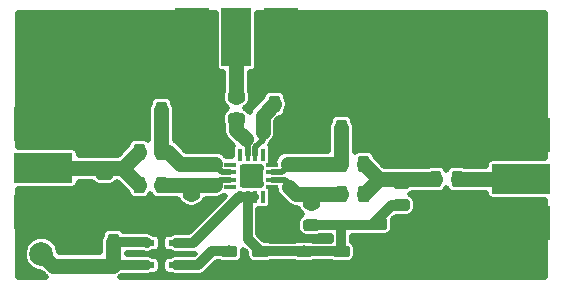
<source format=gtl>
G04 #@! TF.GenerationSoftware,KiCad,Pcbnew,5.0.2-bee76a0~70~ubuntu18.04.1*
G04 #@! TF.CreationDate,2019-03-07T22:18:03-05:00*
G04 #@! TF.ProjectId,mixer,6d697865-722e-46b6-9963-61645f706362,rev?*
G04 #@! TF.SameCoordinates,Original*
G04 #@! TF.FileFunction,Copper,L1,Top*
G04 #@! TF.FilePolarity,Positive*
%FSLAX46Y46*%
G04 Gerber Fmt 4.6, Leading zero omitted, Abs format (unit mm)*
G04 Created by KiCad (PCBNEW 5.0.2-bee76a0~70~ubuntu18.04.1) date Thu 07 Mar 2019 10:18:03 PM EST*
%MOMM*%
%LPD*%
G01*
G04 APERTURE LIST*
G04 #@! TA.AperFunction,Conductor*
%ADD10C,0.100000*%
G04 #@! TD*
G04 #@! TA.AperFunction,SMDPad,CuDef*
%ADD11C,0.975000*%
G04 #@! TD*
G04 #@! TA.AperFunction,SMDPad,CuDef*
%ADD12R,5.000000X3.000000*%
G04 #@! TD*
G04 #@! TA.AperFunction,SMDPad,CuDef*
%ADD13R,5.000000X2.500000*%
G04 #@! TD*
G04 #@! TA.AperFunction,SMDPad,CuDef*
%ADD14R,3.000000X5.000000*%
G04 #@! TD*
G04 #@! TA.AperFunction,SMDPad,CuDef*
%ADD15R,2.500000X5.000000*%
G04 #@! TD*
G04 #@! TA.AperFunction,ComponentPad*
%ADD16C,1.998980*%
G04 #@! TD*
G04 #@! TA.AperFunction,SMDPad,CuDef*
%ADD17R,1.066800X0.355600*%
G04 #@! TD*
G04 #@! TA.AperFunction,SMDPad,CuDef*
%ADD18R,0.355600X1.066800*%
G04 #@! TD*
G04 #@! TA.AperFunction,SMDPad,CuDef*
%ADD19R,1.955800X1.955800*%
G04 #@! TD*
G04 #@! TA.AperFunction,SMDPad,CuDef*
%ADD20R,1.270000X0.558800*%
G04 #@! TD*
G04 #@! TA.AperFunction,ViaPad*
%ADD21C,0.685800*%
G04 #@! TD*
G04 #@! TA.AperFunction,Conductor*
%ADD22C,1.270000*%
G04 #@! TD*
G04 #@! TA.AperFunction,Conductor*
%ADD23C,0.508000*%
G04 #@! TD*
G04 #@! TA.AperFunction,Conductor*
%ADD24C,0.812800*%
G04 #@! TD*
G04 APERTURE END LIST*
D10*
G04 #@! TO.N,Net-(C1-Pad2)*
G04 #@! TO.C,C1*
G36*
X126662642Y-78295174D02*
X126686303Y-78298684D01*
X126709507Y-78304496D01*
X126732029Y-78312554D01*
X126753653Y-78322782D01*
X126774170Y-78335079D01*
X126793383Y-78349329D01*
X126811107Y-78365393D01*
X126827171Y-78383117D01*
X126841421Y-78402330D01*
X126853718Y-78422847D01*
X126863946Y-78444471D01*
X126872004Y-78466993D01*
X126877816Y-78490197D01*
X126881326Y-78513858D01*
X126882500Y-78537750D01*
X126882500Y-79450250D01*
X126881326Y-79474142D01*
X126877816Y-79497803D01*
X126872004Y-79521007D01*
X126863946Y-79543529D01*
X126853718Y-79565153D01*
X126841421Y-79585670D01*
X126827171Y-79604883D01*
X126811107Y-79622607D01*
X126793383Y-79638671D01*
X126774170Y-79652921D01*
X126753653Y-79665218D01*
X126732029Y-79675446D01*
X126709507Y-79683504D01*
X126686303Y-79689316D01*
X126662642Y-79692826D01*
X126638750Y-79694000D01*
X126151250Y-79694000D01*
X126127358Y-79692826D01*
X126103697Y-79689316D01*
X126080493Y-79683504D01*
X126057971Y-79675446D01*
X126036347Y-79665218D01*
X126015830Y-79652921D01*
X125996617Y-79638671D01*
X125978893Y-79622607D01*
X125962829Y-79604883D01*
X125948579Y-79585670D01*
X125936282Y-79565153D01*
X125926054Y-79543529D01*
X125917996Y-79521007D01*
X125912184Y-79497803D01*
X125908674Y-79474142D01*
X125907500Y-79450250D01*
X125907500Y-78537750D01*
X125908674Y-78513858D01*
X125912184Y-78490197D01*
X125917996Y-78466993D01*
X125926054Y-78444471D01*
X125936282Y-78422847D01*
X125948579Y-78402330D01*
X125962829Y-78383117D01*
X125978893Y-78365393D01*
X125996617Y-78349329D01*
X126015830Y-78335079D01*
X126036347Y-78322782D01*
X126057971Y-78312554D01*
X126080493Y-78304496D01*
X126103697Y-78298684D01*
X126127358Y-78295174D01*
X126151250Y-78294000D01*
X126638750Y-78294000D01*
X126662642Y-78295174D01*
X126662642Y-78295174D01*
G37*
D11*
G04 #@! TD*
G04 #@! TO.P,C1,2*
G04 #@! TO.N,Net-(C1-Pad2)*
X126395000Y-78994000D03*
D10*
G04 #@! TO.N,Net-(C1-Pad1)*
G04 #@! TO.C,C1*
G36*
X128537642Y-78295174D02*
X128561303Y-78298684D01*
X128584507Y-78304496D01*
X128607029Y-78312554D01*
X128628653Y-78322782D01*
X128649170Y-78335079D01*
X128668383Y-78349329D01*
X128686107Y-78365393D01*
X128702171Y-78383117D01*
X128716421Y-78402330D01*
X128728718Y-78422847D01*
X128738946Y-78444471D01*
X128747004Y-78466993D01*
X128752816Y-78490197D01*
X128756326Y-78513858D01*
X128757500Y-78537750D01*
X128757500Y-79450250D01*
X128756326Y-79474142D01*
X128752816Y-79497803D01*
X128747004Y-79521007D01*
X128738946Y-79543529D01*
X128728718Y-79565153D01*
X128716421Y-79585670D01*
X128702171Y-79604883D01*
X128686107Y-79622607D01*
X128668383Y-79638671D01*
X128649170Y-79652921D01*
X128628653Y-79665218D01*
X128607029Y-79675446D01*
X128584507Y-79683504D01*
X128561303Y-79689316D01*
X128537642Y-79692826D01*
X128513750Y-79694000D01*
X128026250Y-79694000D01*
X128002358Y-79692826D01*
X127978697Y-79689316D01*
X127955493Y-79683504D01*
X127932971Y-79675446D01*
X127911347Y-79665218D01*
X127890830Y-79652921D01*
X127871617Y-79638671D01*
X127853893Y-79622607D01*
X127837829Y-79604883D01*
X127823579Y-79585670D01*
X127811282Y-79565153D01*
X127801054Y-79543529D01*
X127792996Y-79521007D01*
X127787184Y-79497803D01*
X127783674Y-79474142D01*
X127782500Y-79450250D01*
X127782500Y-78537750D01*
X127783674Y-78513858D01*
X127787184Y-78490197D01*
X127792996Y-78466993D01*
X127801054Y-78444471D01*
X127811282Y-78422847D01*
X127823579Y-78402330D01*
X127837829Y-78383117D01*
X127853893Y-78365393D01*
X127871617Y-78349329D01*
X127890830Y-78335079D01*
X127911347Y-78322782D01*
X127932971Y-78312554D01*
X127955493Y-78304496D01*
X127978697Y-78298684D01*
X128002358Y-78295174D01*
X128026250Y-78294000D01*
X128513750Y-78294000D01*
X128537642Y-78295174D01*
X128537642Y-78295174D01*
G37*
D11*
G04 #@! TD*
G04 #@! TO.P,C1,1*
G04 #@! TO.N,Net-(C1-Pad1)*
X128270000Y-78994000D03*
D10*
G04 #@! TO.N,GND*
G04 #@! TO.C,C2*
G36*
X131290142Y-83938674D02*
X131313803Y-83942184D01*
X131337007Y-83947996D01*
X131359529Y-83956054D01*
X131381153Y-83966282D01*
X131401670Y-83978579D01*
X131420883Y-83992829D01*
X131438607Y-84008893D01*
X131454671Y-84026617D01*
X131468921Y-84045830D01*
X131481218Y-84066347D01*
X131491446Y-84087971D01*
X131499504Y-84110493D01*
X131505316Y-84133697D01*
X131508826Y-84157358D01*
X131510000Y-84181250D01*
X131510000Y-84668750D01*
X131508826Y-84692642D01*
X131505316Y-84716303D01*
X131499504Y-84739507D01*
X131491446Y-84762029D01*
X131481218Y-84783653D01*
X131468921Y-84804170D01*
X131454671Y-84823383D01*
X131438607Y-84841107D01*
X131420883Y-84857171D01*
X131401670Y-84871421D01*
X131381153Y-84883718D01*
X131359529Y-84893946D01*
X131337007Y-84902004D01*
X131313803Y-84907816D01*
X131290142Y-84911326D01*
X131266250Y-84912500D01*
X130353750Y-84912500D01*
X130329858Y-84911326D01*
X130306197Y-84907816D01*
X130282993Y-84902004D01*
X130260471Y-84893946D01*
X130238847Y-84883718D01*
X130218330Y-84871421D01*
X130199117Y-84857171D01*
X130181393Y-84841107D01*
X130165329Y-84823383D01*
X130151079Y-84804170D01*
X130138782Y-84783653D01*
X130128554Y-84762029D01*
X130120496Y-84739507D01*
X130114684Y-84716303D01*
X130111174Y-84692642D01*
X130110000Y-84668750D01*
X130110000Y-84181250D01*
X130111174Y-84157358D01*
X130114684Y-84133697D01*
X130120496Y-84110493D01*
X130128554Y-84087971D01*
X130138782Y-84066347D01*
X130151079Y-84045830D01*
X130165329Y-84026617D01*
X130181393Y-84008893D01*
X130199117Y-83992829D01*
X130218330Y-83978579D01*
X130238847Y-83966282D01*
X130260471Y-83956054D01*
X130282993Y-83947996D01*
X130306197Y-83942184D01*
X130329858Y-83938674D01*
X130353750Y-83937500D01*
X131266250Y-83937500D01*
X131290142Y-83938674D01*
X131290142Y-83938674D01*
G37*
D11*
G04 #@! TD*
G04 #@! TO.P,C2,1*
G04 #@! TO.N,GND*
X130810000Y-84425000D03*
D10*
G04 #@! TO.N,Net-(C2-Pad2)*
G04 #@! TO.C,C2*
G36*
X131290142Y-82063674D02*
X131313803Y-82067184D01*
X131337007Y-82072996D01*
X131359529Y-82081054D01*
X131381153Y-82091282D01*
X131401670Y-82103579D01*
X131420883Y-82117829D01*
X131438607Y-82133893D01*
X131454671Y-82151617D01*
X131468921Y-82170830D01*
X131481218Y-82191347D01*
X131491446Y-82212971D01*
X131499504Y-82235493D01*
X131505316Y-82258697D01*
X131508826Y-82282358D01*
X131510000Y-82306250D01*
X131510000Y-82793750D01*
X131508826Y-82817642D01*
X131505316Y-82841303D01*
X131499504Y-82864507D01*
X131491446Y-82887029D01*
X131481218Y-82908653D01*
X131468921Y-82929170D01*
X131454671Y-82948383D01*
X131438607Y-82966107D01*
X131420883Y-82982171D01*
X131401670Y-82996421D01*
X131381153Y-83008718D01*
X131359529Y-83018946D01*
X131337007Y-83027004D01*
X131313803Y-83032816D01*
X131290142Y-83036326D01*
X131266250Y-83037500D01*
X130353750Y-83037500D01*
X130329858Y-83036326D01*
X130306197Y-83032816D01*
X130282993Y-83027004D01*
X130260471Y-83018946D01*
X130238847Y-83008718D01*
X130218330Y-82996421D01*
X130199117Y-82982171D01*
X130181393Y-82966107D01*
X130165329Y-82948383D01*
X130151079Y-82929170D01*
X130138782Y-82908653D01*
X130128554Y-82887029D01*
X130120496Y-82864507D01*
X130114684Y-82841303D01*
X130111174Y-82817642D01*
X130110000Y-82793750D01*
X130110000Y-82306250D01*
X130111174Y-82282358D01*
X130114684Y-82258697D01*
X130120496Y-82235493D01*
X130128554Y-82212971D01*
X130138782Y-82191347D01*
X130151079Y-82170830D01*
X130165329Y-82151617D01*
X130181393Y-82133893D01*
X130199117Y-82117829D01*
X130218330Y-82103579D01*
X130238847Y-82091282D01*
X130260471Y-82081054D01*
X130282993Y-82072996D01*
X130306197Y-82067184D01*
X130329858Y-82063674D01*
X130353750Y-82062500D01*
X131266250Y-82062500D01*
X131290142Y-82063674D01*
X131290142Y-82063674D01*
G37*
D11*
G04 #@! TD*
G04 #@! TO.P,C2,2*
G04 #@! TO.N,Net-(C2-Pad2)*
X130810000Y-82550000D03*
D10*
G04 #@! TO.N,GND*
G04 #@! TO.C,C3*
G36*
X139967642Y-74231174D02*
X139991303Y-74234684D01*
X140014507Y-74240496D01*
X140037029Y-74248554D01*
X140058653Y-74258782D01*
X140079170Y-74271079D01*
X140098383Y-74285329D01*
X140116107Y-74301393D01*
X140132171Y-74319117D01*
X140146421Y-74338330D01*
X140158718Y-74358847D01*
X140168946Y-74380471D01*
X140177004Y-74402993D01*
X140182816Y-74426197D01*
X140186326Y-74449858D01*
X140187500Y-74473750D01*
X140187500Y-75386250D01*
X140186326Y-75410142D01*
X140182816Y-75433803D01*
X140177004Y-75457007D01*
X140168946Y-75479529D01*
X140158718Y-75501153D01*
X140146421Y-75521670D01*
X140132171Y-75540883D01*
X140116107Y-75558607D01*
X140098383Y-75574671D01*
X140079170Y-75588921D01*
X140058653Y-75601218D01*
X140037029Y-75611446D01*
X140014507Y-75619504D01*
X139991303Y-75625316D01*
X139967642Y-75628826D01*
X139943750Y-75630000D01*
X139456250Y-75630000D01*
X139432358Y-75628826D01*
X139408697Y-75625316D01*
X139385493Y-75619504D01*
X139362971Y-75611446D01*
X139341347Y-75601218D01*
X139320830Y-75588921D01*
X139301617Y-75574671D01*
X139283893Y-75558607D01*
X139267829Y-75540883D01*
X139253579Y-75521670D01*
X139241282Y-75501153D01*
X139231054Y-75479529D01*
X139222996Y-75457007D01*
X139217184Y-75433803D01*
X139213674Y-75410142D01*
X139212500Y-75386250D01*
X139212500Y-74473750D01*
X139213674Y-74449858D01*
X139217184Y-74426197D01*
X139222996Y-74402993D01*
X139231054Y-74380471D01*
X139241282Y-74358847D01*
X139253579Y-74338330D01*
X139267829Y-74319117D01*
X139283893Y-74301393D01*
X139301617Y-74285329D01*
X139320830Y-74271079D01*
X139341347Y-74258782D01*
X139362971Y-74248554D01*
X139385493Y-74240496D01*
X139408697Y-74234684D01*
X139432358Y-74231174D01*
X139456250Y-74230000D01*
X139943750Y-74230000D01*
X139967642Y-74231174D01*
X139967642Y-74231174D01*
G37*
D11*
G04 #@! TD*
G04 #@! TO.P,C3,1*
G04 #@! TO.N,GND*
X139700000Y-74930000D03*
D10*
G04 #@! TO.N,Net-(C3-Pad2)*
G04 #@! TO.C,C3*
G36*
X138092642Y-74231174D02*
X138116303Y-74234684D01*
X138139507Y-74240496D01*
X138162029Y-74248554D01*
X138183653Y-74258782D01*
X138204170Y-74271079D01*
X138223383Y-74285329D01*
X138241107Y-74301393D01*
X138257171Y-74319117D01*
X138271421Y-74338330D01*
X138283718Y-74358847D01*
X138293946Y-74380471D01*
X138302004Y-74402993D01*
X138307816Y-74426197D01*
X138311326Y-74449858D01*
X138312500Y-74473750D01*
X138312500Y-75386250D01*
X138311326Y-75410142D01*
X138307816Y-75433803D01*
X138302004Y-75457007D01*
X138293946Y-75479529D01*
X138283718Y-75501153D01*
X138271421Y-75521670D01*
X138257171Y-75540883D01*
X138241107Y-75558607D01*
X138223383Y-75574671D01*
X138204170Y-75588921D01*
X138183653Y-75601218D01*
X138162029Y-75611446D01*
X138139507Y-75619504D01*
X138116303Y-75625316D01*
X138092642Y-75628826D01*
X138068750Y-75630000D01*
X137581250Y-75630000D01*
X137557358Y-75628826D01*
X137533697Y-75625316D01*
X137510493Y-75619504D01*
X137487971Y-75611446D01*
X137466347Y-75601218D01*
X137445830Y-75588921D01*
X137426617Y-75574671D01*
X137408893Y-75558607D01*
X137392829Y-75540883D01*
X137378579Y-75521670D01*
X137366282Y-75501153D01*
X137356054Y-75479529D01*
X137347996Y-75457007D01*
X137342184Y-75433803D01*
X137338674Y-75410142D01*
X137337500Y-75386250D01*
X137337500Y-74473750D01*
X137338674Y-74449858D01*
X137342184Y-74426197D01*
X137347996Y-74402993D01*
X137356054Y-74380471D01*
X137366282Y-74358847D01*
X137378579Y-74338330D01*
X137392829Y-74319117D01*
X137408893Y-74301393D01*
X137426617Y-74285329D01*
X137445830Y-74271079D01*
X137466347Y-74258782D01*
X137487971Y-74248554D01*
X137510493Y-74240496D01*
X137533697Y-74234684D01*
X137557358Y-74231174D01*
X137581250Y-74230000D01*
X138068750Y-74230000D01*
X138092642Y-74231174D01*
X138092642Y-74231174D01*
G37*
D11*
G04 #@! TD*
G04 #@! TO.P,C3,2*
G04 #@! TO.N,Net-(C3-Pad2)*
X137825000Y-74930000D03*
D10*
G04 #@! TO.N,GND*
G04 #@! TO.C,C4*
G36*
X143990142Y-88794674D02*
X144013803Y-88798184D01*
X144037007Y-88803996D01*
X144059529Y-88812054D01*
X144081153Y-88822282D01*
X144101670Y-88834579D01*
X144120883Y-88848829D01*
X144138607Y-88864893D01*
X144154671Y-88882617D01*
X144168921Y-88901830D01*
X144181218Y-88922347D01*
X144191446Y-88943971D01*
X144199504Y-88966493D01*
X144205316Y-88989697D01*
X144208826Y-89013358D01*
X144210000Y-89037250D01*
X144210000Y-89524750D01*
X144208826Y-89548642D01*
X144205316Y-89572303D01*
X144199504Y-89595507D01*
X144191446Y-89618029D01*
X144181218Y-89639653D01*
X144168921Y-89660170D01*
X144154671Y-89679383D01*
X144138607Y-89697107D01*
X144120883Y-89713171D01*
X144101670Y-89727421D01*
X144081153Y-89739718D01*
X144059529Y-89749946D01*
X144037007Y-89758004D01*
X144013803Y-89763816D01*
X143990142Y-89767326D01*
X143966250Y-89768500D01*
X143053750Y-89768500D01*
X143029858Y-89767326D01*
X143006197Y-89763816D01*
X142982993Y-89758004D01*
X142960471Y-89749946D01*
X142938847Y-89739718D01*
X142918330Y-89727421D01*
X142899117Y-89713171D01*
X142881393Y-89697107D01*
X142865329Y-89679383D01*
X142851079Y-89660170D01*
X142838782Y-89639653D01*
X142828554Y-89618029D01*
X142820496Y-89595507D01*
X142814684Y-89572303D01*
X142811174Y-89548642D01*
X142810000Y-89524750D01*
X142810000Y-89037250D01*
X142811174Y-89013358D01*
X142814684Y-88989697D01*
X142820496Y-88966493D01*
X142828554Y-88943971D01*
X142838782Y-88922347D01*
X142851079Y-88901830D01*
X142865329Y-88882617D01*
X142881393Y-88864893D01*
X142899117Y-88848829D01*
X142918330Y-88834579D01*
X142938847Y-88822282D01*
X142960471Y-88812054D01*
X142982993Y-88803996D01*
X143006197Y-88798184D01*
X143029858Y-88794674D01*
X143053750Y-88793500D01*
X143966250Y-88793500D01*
X143990142Y-88794674D01*
X143990142Y-88794674D01*
G37*
D11*
G04 #@! TD*
G04 #@! TO.P,C4,2*
G04 #@! TO.N,GND*
X143510000Y-89281000D03*
D10*
G04 #@! TO.N,+5V*
G04 #@! TO.C,C4*
G36*
X143990142Y-86919674D02*
X144013803Y-86923184D01*
X144037007Y-86928996D01*
X144059529Y-86937054D01*
X144081153Y-86947282D01*
X144101670Y-86959579D01*
X144120883Y-86973829D01*
X144138607Y-86989893D01*
X144154671Y-87007617D01*
X144168921Y-87026830D01*
X144181218Y-87047347D01*
X144191446Y-87068971D01*
X144199504Y-87091493D01*
X144205316Y-87114697D01*
X144208826Y-87138358D01*
X144210000Y-87162250D01*
X144210000Y-87649750D01*
X144208826Y-87673642D01*
X144205316Y-87697303D01*
X144199504Y-87720507D01*
X144191446Y-87743029D01*
X144181218Y-87764653D01*
X144168921Y-87785170D01*
X144154671Y-87804383D01*
X144138607Y-87822107D01*
X144120883Y-87838171D01*
X144101670Y-87852421D01*
X144081153Y-87864718D01*
X144059529Y-87874946D01*
X144037007Y-87883004D01*
X144013803Y-87888816D01*
X143990142Y-87892326D01*
X143966250Y-87893500D01*
X143053750Y-87893500D01*
X143029858Y-87892326D01*
X143006197Y-87888816D01*
X142982993Y-87883004D01*
X142960471Y-87874946D01*
X142938847Y-87864718D01*
X142918330Y-87852421D01*
X142899117Y-87838171D01*
X142881393Y-87822107D01*
X142865329Y-87804383D01*
X142851079Y-87785170D01*
X142838782Y-87764653D01*
X142828554Y-87743029D01*
X142820496Y-87720507D01*
X142814684Y-87697303D01*
X142811174Y-87673642D01*
X142810000Y-87649750D01*
X142810000Y-87162250D01*
X142811174Y-87138358D01*
X142814684Y-87114697D01*
X142820496Y-87091493D01*
X142828554Y-87068971D01*
X142838782Y-87047347D01*
X142851079Y-87026830D01*
X142865329Y-87007617D01*
X142881393Y-86989893D01*
X142899117Y-86973829D01*
X142918330Y-86959579D01*
X142938847Y-86947282D01*
X142960471Y-86937054D01*
X142982993Y-86928996D01*
X143006197Y-86923184D01*
X143029858Y-86919674D01*
X143053750Y-86918500D01*
X143966250Y-86918500D01*
X143990142Y-86919674D01*
X143990142Y-86919674D01*
G37*
D11*
G04 #@! TD*
G04 #@! TO.P,C4,1*
G04 #@! TO.N,+5V*
X143510000Y-87406000D03*
D10*
G04 #@! TO.N,Net-(C5-Pad2)*
G04 #@! TO.C,C5*
G36*
X135100142Y-75713674D02*
X135123803Y-75717184D01*
X135147007Y-75722996D01*
X135169529Y-75731054D01*
X135191153Y-75741282D01*
X135211670Y-75753579D01*
X135230883Y-75767829D01*
X135248607Y-75783893D01*
X135264671Y-75801617D01*
X135278921Y-75820830D01*
X135291218Y-75841347D01*
X135301446Y-75862971D01*
X135309504Y-75885493D01*
X135315316Y-75908697D01*
X135318826Y-75932358D01*
X135320000Y-75956250D01*
X135320000Y-76443750D01*
X135318826Y-76467642D01*
X135315316Y-76491303D01*
X135309504Y-76514507D01*
X135301446Y-76537029D01*
X135291218Y-76558653D01*
X135278921Y-76579170D01*
X135264671Y-76598383D01*
X135248607Y-76616107D01*
X135230883Y-76632171D01*
X135211670Y-76646421D01*
X135191153Y-76658718D01*
X135169529Y-76668946D01*
X135147007Y-76677004D01*
X135123803Y-76682816D01*
X135100142Y-76686326D01*
X135076250Y-76687500D01*
X134163750Y-76687500D01*
X134139858Y-76686326D01*
X134116197Y-76682816D01*
X134092993Y-76677004D01*
X134070471Y-76668946D01*
X134048847Y-76658718D01*
X134028330Y-76646421D01*
X134009117Y-76632171D01*
X133991393Y-76616107D01*
X133975329Y-76598383D01*
X133961079Y-76579170D01*
X133948782Y-76558653D01*
X133938554Y-76537029D01*
X133930496Y-76514507D01*
X133924684Y-76491303D01*
X133921174Y-76467642D01*
X133920000Y-76443750D01*
X133920000Y-75956250D01*
X133921174Y-75932358D01*
X133924684Y-75908697D01*
X133930496Y-75885493D01*
X133938554Y-75862971D01*
X133948782Y-75841347D01*
X133961079Y-75820830D01*
X133975329Y-75801617D01*
X133991393Y-75783893D01*
X134009117Y-75767829D01*
X134028330Y-75753579D01*
X134048847Y-75741282D01*
X134070471Y-75731054D01*
X134092993Y-75722996D01*
X134116197Y-75717184D01*
X134139858Y-75713674D01*
X134163750Y-75712500D01*
X135076250Y-75712500D01*
X135100142Y-75713674D01*
X135100142Y-75713674D01*
G37*
D11*
G04 #@! TD*
G04 #@! TO.P,C5,2*
G04 #@! TO.N,Net-(C5-Pad2)*
X134620000Y-76200000D03*
D10*
G04 #@! TO.N,Net-(C5-Pad1)*
G04 #@! TO.C,C5*
G36*
X135100142Y-73838674D02*
X135123803Y-73842184D01*
X135147007Y-73847996D01*
X135169529Y-73856054D01*
X135191153Y-73866282D01*
X135211670Y-73878579D01*
X135230883Y-73892829D01*
X135248607Y-73908893D01*
X135264671Y-73926617D01*
X135278921Y-73945830D01*
X135291218Y-73966347D01*
X135301446Y-73987971D01*
X135309504Y-74010493D01*
X135315316Y-74033697D01*
X135318826Y-74057358D01*
X135320000Y-74081250D01*
X135320000Y-74568750D01*
X135318826Y-74592642D01*
X135315316Y-74616303D01*
X135309504Y-74639507D01*
X135301446Y-74662029D01*
X135291218Y-74683653D01*
X135278921Y-74704170D01*
X135264671Y-74723383D01*
X135248607Y-74741107D01*
X135230883Y-74757171D01*
X135211670Y-74771421D01*
X135191153Y-74783718D01*
X135169529Y-74793946D01*
X135147007Y-74802004D01*
X135123803Y-74807816D01*
X135100142Y-74811326D01*
X135076250Y-74812500D01*
X134163750Y-74812500D01*
X134139858Y-74811326D01*
X134116197Y-74807816D01*
X134092993Y-74802004D01*
X134070471Y-74793946D01*
X134048847Y-74783718D01*
X134028330Y-74771421D01*
X134009117Y-74757171D01*
X133991393Y-74741107D01*
X133975329Y-74723383D01*
X133961079Y-74704170D01*
X133948782Y-74683653D01*
X133938554Y-74662029D01*
X133930496Y-74639507D01*
X133924684Y-74616303D01*
X133921174Y-74592642D01*
X133920000Y-74568750D01*
X133920000Y-74081250D01*
X133921174Y-74057358D01*
X133924684Y-74033697D01*
X133930496Y-74010493D01*
X133938554Y-73987971D01*
X133948782Y-73966347D01*
X133961079Y-73945830D01*
X133975329Y-73926617D01*
X133991393Y-73908893D01*
X134009117Y-73892829D01*
X134028330Y-73878579D01*
X134048847Y-73866282D01*
X134070471Y-73856054D01*
X134092993Y-73847996D01*
X134116197Y-73842184D01*
X134139858Y-73838674D01*
X134163750Y-73837500D01*
X135076250Y-73837500D01*
X135100142Y-73838674D01*
X135100142Y-73838674D01*
G37*
D11*
G04 #@! TD*
G04 #@! TO.P,C5,1*
G04 #@! TO.N,Net-(C5-Pad1)*
X134620000Y-74325000D03*
D10*
G04 #@! TO.N,+5V*
G04 #@! TO.C,C6*
G36*
X140815142Y-86919674D02*
X140838803Y-86923184D01*
X140862007Y-86928996D01*
X140884529Y-86937054D01*
X140906153Y-86947282D01*
X140926670Y-86959579D01*
X140945883Y-86973829D01*
X140963607Y-86989893D01*
X140979671Y-87007617D01*
X140993921Y-87026830D01*
X141006218Y-87047347D01*
X141016446Y-87068971D01*
X141024504Y-87091493D01*
X141030316Y-87114697D01*
X141033826Y-87138358D01*
X141035000Y-87162250D01*
X141035000Y-87649750D01*
X141033826Y-87673642D01*
X141030316Y-87697303D01*
X141024504Y-87720507D01*
X141016446Y-87743029D01*
X141006218Y-87764653D01*
X140993921Y-87785170D01*
X140979671Y-87804383D01*
X140963607Y-87822107D01*
X140945883Y-87838171D01*
X140926670Y-87852421D01*
X140906153Y-87864718D01*
X140884529Y-87874946D01*
X140862007Y-87883004D01*
X140838803Y-87888816D01*
X140815142Y-87892326D01*
X140791250Y-87893500D01*
X139878750Y-87893500D01*
X139854858Y-87892326D01*
X139831197Y-87888816D01*
X139807993Y-87883004D01*
X139785471Y-87874946D01*
X139763847Y-87864718D01*
X139743330Y-87852421D01*
X139724117Y-87838171D01*
X139706393Y-87822107D01*
X139690329Y-87804383D01*
X139676079Y-87785170D01*
X139663782Y-87764653D01*
X139653554Y-87743029D01*
X139645496Y-87720507D01*
X139639684Y-87697303D01*
X139636174Y-87673642D01*
X139635000Y-87649750D01*
X139635000Y-87162250D01*
X139636174Y-87138358D01*
X139639684Y-87114697D01*
X139645496Y-87091493D01*
X139653554Y-87068971D01*
X139663782Y-87047347D01*
X139676079Y-87026830D01*
X139690329Y-87007617D01*
X139706393Y-86989893D01*
X139724117Y-86973829D01*
X139743330Y-86959579D01*
X139763847Y-86947282D01*
X139785471Y-86937054D01*
X139807993Y-86928996D01*
X139831197Y-86923184D01*
X139854858Y-86919674D01*
X139878750Y-86918500D01*
X140791250Y-86918500D01*
X140815142Y-86919674D01*
X140815142Y-86919674D01*
G37*
D11*
G04 #@! TD*
G04 #@! TO.P,C6,1*
G04 #@! TO.N,+5V*
X140335000Y-87406000D03*
D10*
G04 #@! TO.N,GND*
G04 #@! TO.C,C6*
G36*
X140815142Y-88794674D02*
X140838803Y-88798184D01*
X140862007Y-88803996D01*
X140884529Y-88812054D01*
X140906153Y-88822282D01*
X140926670Y-88834579D01*
X140945883Y-88848829D01*
X140963607Y-88864893D01*
X140979671Y-88882617D01*
X140993921Y-88901830D01*
X141006218Y-88922347D01*
X141016446Y-88943971D01*
X141024504Y-88966493D01*
X141030316Y-88989697D01*
X141033826Y-89013358D01*
X141035000Y-89037250D01*
X141035000Y-89524750D01*
X141033826Y-89548642D01*
X141030316Y-89572303D01*
X141024504Y-89595507D01*
X141016446Y-89618029D01*
X141006218Y-89639653D01*
X140993921Y-89660170D01*
X140979671Y-89679383D01*
X140963607Y-89697107D01*
X140945883Y-89713171D01*
X140926670Y-89727421D01*
X140906153Y-89739718D01*
X140884529Y-89749946D01*
X140862007Y-89758004D01*
X140838803Y-89763816D01*
X140815142Y-89767326D01*
X140791250Y-89768500D01*
X139878750Y-89768500D01*
X139854858Y-89767326D01*
X139831197Y-89763816D01*
X139807993Y-89758004D01*
X139785471Y-89749946D01*
X139763847Y-89739718D01*
X139743330Y-89727421D01*
X139724117Y-89713171D01*
X139706393Y-89697107D01*
X139690329Y-89679383D01*
X139676079Y-89660170D01*
X139663782Y-89639653D01*
X139653554Y-89618029D01*
X139645496Y-89595507D01*
X139639684Y-89572303D01*
X139636174Y-89548642D01*
X139635000Y-89524750D01*
X139635000Y-89037250D01*
X139636174Y-89013358D01*
X139639684Y-88989697D01*
X139645496Y-88966493D01*
X139653554Y-88943971D01*
X139663782Y-88922347D01*
X139676079Y-88901830D01*
X139690329Y-88882617D01*
X139706393Y-88864893D01*
X139724117Y-88848829D01*
X139743330Y-88834579D01*
X139763847Y-88822282D01*
X139785471Y-88812054D01*
X139807993Y-88803996D01*
X139831197Y-88798184D01*
X139854858Y-88794674D01*
X139878750Y-88793500D01*
X140791250Y-88793500D01*
X140815142Y-88794674D01*
X140815142Y-88794674D01*
G37*
D11*
G04 #@! TD*
G04 #@! TO.P,C6,2*
G04 #@! TO.N,GND*
X140335000Y-89281000D03*
D10*
G04 #@! TO.N,GND*
G04 #@! TO.C,C7*
G36*
X141902642Y-76263174D02*
X141926303Y-76266684D01*
X141949507Y-76272496D01*
X141972029Y-76280554D01*
X141993653Y-76290782D01*
X142014170Y-76303079D01*
X142033383Y-76317329D01*
X142051107Y-76333393D01*
X142067171Y-76351117D01*
X142081421Y-76370330D01*
X142093718Y-76390847D01*
X142103946Y-76412471D01*
X142112004Y-76434993D01*
X142117816Y-76458197D01*
X142121326Y-76481858D01*
X142122500Y-76505750D01*
X142122500Y-77418250D01*
X142121326Y-77442142D01*
X142117816Y-77465803D01*
X142112004Y-77489007D01*
X142103946Y-77511529D01*
X142093718Y-77533153D01*
X142081421Y-77553670D01*
X142067171Y-77572883D01*
X142051107Y-77590607D01*
X142033383Y-77606671D01*
X142014170Y-77620921D01*
X141993653Y-77633218D01*
X141972029Y-77643446D01*
X141949507Y-77651504D01*
X141926303Y-77657316D01*
X141902642Y-77660826D01*
X141878750Y-77662000D01*
X141391250Y-77662000D01*
X141367358Y-77660826D01*
X141343697Y-77657316D01*
X141320493Y-77651504D01*
X141297971Y-77643446D01*
X141276347Y-77633218D01*
X141255830Y-77620921D01*
X141236617Y-77606671D01*
X141218893Y-77590607D01*
X141202829Y-77572883D01*
X141188579Y-77553670D01*
X141176282Y-77533153D01*
X141166054Y-77511529D01*
X141157996Y-77489007D01*
X141152184Y-77465803D01*
X141148674Y-77442142D01*
X141147500Y-77418250D01*
X141147500Y-76505750D01*
X141148674Y-76481858D01*
X141152184Y-76458197D01*
X141157996Y-76434993D01*
X141166054Y-76412471D01*
X141176282Y-76390847D01*
X141188579Y-76370330D01*
X141202829Y-76351117D01*
X141218893Y-76333393D01*
X141236617Y-76317329D01*
X141255830Y-76303079D01*
X141276347Y-76290782D01*
X141297971Y-76280554D01*
X141320493Y-76272496D01*
X141343697Y-76266684D01*
X141367358Y-76263174D01*
X141391250Y-76262000D01*
X141878750Y-76262000D01*
X141902642Y-76263174D01*
X141902642Y-76263174D01*
G37*
D11*
G04 #@! TD*
G04 #@! TO.P,C7,2*
G04 #@! TO.N,GND*
X141635000Y-76962000D03*
D10*
G04 #@! TO.N,Net-(C7-Pad1)*
G04 #@! TO.C,C7*
G36*
X143777642Y-76263174D02*
X143801303Y-76266684D01*
X143824507Y-76272496D01*
X143847029Y-76280554D01*
X143868653Y-76290782D01*
X143889170Y-76303079D01*
X143908383Y-76317329D01*
X143926107Y-76333393D01*
X143942171Y-76351117D01*
X143956421Y-76370330D01*
X143968718Y-76390847D01*
X143978946Y-76412471D01*
X143987004Y-76434993D01*
X143992816Y-76458197D01*
X143996326Y-76481858D01*
X143997500Y-76505750D01*
X143997500Y-77418250D01*
X143996326Y-77442142D01*
X143992816Y-77465803D01*
X143987004Y-77489007D01*
X143978946Y-77511529D01*
X143968718Y-77533153D01*
X143956421Y-77553670D01*
X143942171Y-77572883D01*
X143926107Y-77590607D01*
X143908383Y-77606671D01*
X143889170Y-77620921D01*
X143868653Y-77633218D01*
X143847029Y-77643446D01*
X143824507Y-77651504D01*
X143801303Y-77657316D01*
X143777642Y-77660826D01*
X143753750Y-77662000D01*
X143266250Y-77662000D01*
X143242358Y-77660826D01*
X143218697Y-77657316D01*
X143195493Y-77651504D01*
X143172971Y-77643446D01*
X143151347Y-77633218D01*
X143130830Y-77620921D01*
X143111617Y-77606671D01*
X143093893Y-77590607D01*
X143077829Y-77572883D01*
X143063579Y-77553670D01*
X143051282Y-77533153D01*
X143041054Y-77511529D01*
X143032996Y-77489007D01*
X143027184Y-77465803D01*
X143023674Y-77442142D01*
X143022500Y-77418250D01*
X143022500Y-76505750D01*
X143023674Y-76481858D01*
X143027184Y-76458197D01*
X143032996Y-76434993D01*
X143041054Y-76412471D01*
X143051282Y-76390847D01*
X143063579Y-76370330D01*
X143077829Y-76351117D01*
X143093893Y-76333393D01*
X143111617Y-76317329D01*
X143130830Y-76303079D01*
X143151347Y-76290782D01*
X143172971Y-76280554D01*
X143195493Y-76272496D01*
X143218697Y-76266684D01*
X143242358Y-76263174D01*
X143266250Y-76262000D01*
X143753750Y-76262000D01*
X143777642Y-76263174D01*
X143777642Y-76263174D01*
G37*
D11*
G04 #@! TD*
G04 #@! TO.P,C7,1*
G04 #@! TO.N,Net-(C7-Pad1)*
X143510000Y-76962000D03*
D10*
G04 #@! TO.N,Net-(C10-Pad2)*
G04 #@! TO.C,C8*
G36*
X145652642Y-81851174D02*
X145676303Y-81854684D01*
X145699507Y-81860496D01*
X145722029Y-81868554D01*
X145743653Y-81878782D01*
X145764170Y-81891079D01*
X145783383Y-81905329D01*
X145801107Y-81921393D01*
X145817171Y-81939117D01*
X145831421Y-81958330D01*
X145843718Y-81978847D01*
X145853946Y-82000471D01*
X145862004Y-82022993D01*
X145867816Y-82046197D01*
X145871326Y-82069858D01*
X145872500Y-82093750D01*
X145872500Y-83006250D01*
X145871326Y-83030142D01*
X145867816Y-83053803D01*
X145862004Y-83077007D01*
X145853946Y-83099529D01*
X145843718Y-83121153D01*
X145831421Y-83141670D01*
X145817171Y-83160883D01*
X145801107Y-83178607D01*
X145783383Y-83194671D01*
X145764170Y-83208921D01*
X145743653Y-83221218D01*
X145722029Y-83231446D01*
X145699507Y-83239504D01*
X145676303Y-83245316D01*
X145652642Y-83248826D01*
X145628750Y-83250000D01*
X145141250Y-83250000D01*
X145117358Y-83248826D01*
X145093697Y-83245316D01*
X145070493Y-83239504D01*
X145047971Y-83231446D01*
X145026347Y-83221218D01*
X145005830Y-83208921D01*
X144986617Y-83194671D01*
X144968893Y-83178607D01*
X144952829Y-83160883D01*
X144938579Y-83141670D01*
X144926282Y-83121153D01*
X144916054Y-83099529D01*
X144907996Y-83077007D01*
X144902184Y-83053803D01*
X144898674Y-83030142D01*
X144897500Y-83006250D01*
X144897500Y-82093750D01*
X144898674Y-82069858D01*
X144902184Y-82046197D01*
X144907996Y-82022993D01*
X144916054Y-82000471D01*
X144926282Y-81978847D01*
X144938579Y-81958330D01*
X144952829Y-81939117D01*
X144968893Y-81921393D01*
X144986617Y-81905329D01*
X145005830Y-81891079D01*
X145026347Y-81878782D01*
X145047971Y-81868554D01*
X145070493Y-81860496D01*
X145093697Y-81854684D01*
X145117358Y-81851174D01*
X145141250Y-81850000D01*
X145628750Y-81850000D01*
X145652642Y-81851174D01*
X145652642Y-81851174D01*
G37*
D11*
G04 #@! TD*
G04 #@! TO.P,C8,2*
G04 #@! TO.N,Net-(C10-Pad2)*
X145385000Y-82550000D03*
D10*
G04 #@! TO.N,Net-(C8-Pad1)*
G04 #@! TO.C,C8*
G36*
X143777642Y-81851174D02*
X143801303Y-81854684D01*
X143824507Y-81860496D01*
X143847029Y-81868554D01*
X143868653Y-81878782D01*
X143889170Y-81891079D01*
X143908383Y-81905329D01*
X143926107Y-81921393D01*
X143942171Y-81939117D01*
X143956421Y-81958330D01*
X143968718Y-81978847D01*
X143978946Y-82000471D01*
X143987004Y-82022993D01*
X143992816Y-82046197D01*
X143996326Y-82069858D01*
X143997500Y-82093750D01*
X143997500Y-83006250D01*
X143996326Y-83030142D01*
X143992816Y-83053803D01*
X143987004Y-83077007D01*
X143978946Y-83099529D01*
X143968718Y-83121153D01*
X143956421Y-83141670D01*
X143942171Y-83160883D01*
X143926107Y-83178607D01*
X143908383Y-83194671D01*
X143889170Y-83208921D01*
X143868653Y-83221218D01*
X143847029Y-83231446D01*
X143824507Y-83239504D01*
X143801303Y-83245316D01*
X143777642Y-83248826D01*
X143753750Y-83250000D01*
X143266250Y-83250000D01*
X143242358Y-83248826D01*
X143218697Y-83245316D01*
X143195493Y-83239504D01*
X143172971Y-83231446D01*
X143151347Y-83221218D01*
X143130830Y-83208921D01*
X143111617Y-83194671D01*
X143093893Y-83178607D01*
X143077829Y-83160883D01*
X143063579Y-83141670D01*
X143051282Y-83121153D01*
X143041054Y-83099529D01*
X143032996Y-83077007D01*
X143027184Y-83053803D01*
X143023674Y-83030142D01*
X143022500Y-83006250D01*
X143022500Y-82093750D01*
X143023674Y-82069858D01*
X143027184Y-82046197D01*
X143032996Y-82022993D01*
X143041054Y-82000471D01*
X143051282Y-81978847D01*
X143063579Y-81958330D01*
X143077829Y-81939117D01*
X143093893Y-81921393D01*
X143111617Y-81905329D01*
X143130830Y-81891079D01*
X143151347Y-81878782D01*
X143172971Y-81868554D01*
X143195493Y-81860496D01*
X143218697Y-81854684D01*
X143242358Y-81851174D01*
X143266250Y-81850000D01*
X143753750Y-81850000D01*
X143777642Y-81851174D01*
X143777642Y-81851174D01*
G37*
D11*
G04 #@! TD*
G04 #@! TO.P,C8,1*
G04 #@! TO.N,Net-(C8-Pad1)*
X143510000Y-82550000D03*
D10*
G04 #@! TO.N,GND*
G04 #@! TO.C,C9*
G36*
X147165142Y-86478674D02*
X147188803Y-86482184D01*
X147212007Y-86487996D01*
X147234529Y-86496054D01*
X147256153Y-86506282D01*
X147276670Y-86518579D01*
X147295883Y-86532829D01*
X147313607Y-86548893D01*
X147329671Y-86566617D01*
X147343921Y-86585830D01*
X147356218Y-86606347D01*
X147366446Y-86627971D01*
X147374504Y-86650493D01*
X147380316Y-86673697D01*
X147383826Y-86697358D01*
X147385000Y-86721250D01*
X147385000Y-87208750D01*
X147383826Y-87232642D01*
X147380316Y-87256303D01*
X147374504Y-87279507D01*
X147366446Y-87302029D01*
X147356218Y-87323653D01*
X147343921Y-87344170D01*
X147329671Y-87363383D01*
X147313607Y-87381107D01*
X147295883Y-87397171D01*
X147276670Y-87411421D01*
X147256153Y-87423718D01*
X147234529Y-87433946D01*
X147212007Y-87442004D01*
X147188803Y-87447816D01*
X147165142Y-87451326D01*
X147141250Y-87452500D01*
X146228750Y-87452500D01*
X146204858Y-87451326D01*
X146181197Y-87447816D01*
X146157993Y-87442004D01*
X146135471Y-87433946D01*
X146113847Y-87423718D01*
X146093330Y-87411421D01*
X146074117Y-87397171D01*
X146056393Y-87381107D01*
X146040329Y-87363383D01*
X146026079Y-87344170D01*
X146013782Y-87323653D01*
X146003554Y-87302029D01*
X145995496Y-87279507D01*
X145989684Y-87256303D01*
X145986174Y-87232642D01*
X145985000Y-87208750D01*
X145985000Y-86721250D01*
X145986174Y-86697358D01*
X145989684Y-86673697D01*
X145995496Y-86650493D01*
X146003554Y-86627971D01*
X146013782Y-86606347D01*
X146026079Y-86585830D01*
X146040329Y-86566617D01*
X146056393Y-86548893D01*
X146074117Y-86532829D01*
X146093330Y-86518579D01*
X146113847Y-86506282D01*
X146135471Y-86496054D01*
X146157993Y-86487996D01*
X146181197Y-86482184D01*
X146204858Y-86478674D01*
X146228750Y-86477500D01*
X147141250Y-86477500D01*
X147165142Y-86478674D01*
X147165142Y-86478674D01*
G37*
D11*
G04 #@! TD*
G04 #@! TO.P,C9,1*
G04 #@! TO.N,GND*
X146685000Y-86965000D03*
D10*
G04 #@! TO.N,+5V*
G04 #@! TO.C,C9*
G36*
X147165142Y-84603674D02*
X147188803Y-84607184D01*
X147212007Y-84612996D01*
X147234529Y-84621054D01*
X147256153Y-84631282D01*
X147276670Y-84643579D01*
X147295883Y-84657829D01*
X147313607Y-84673893D01*
X147329671Y-84691617D01*
X147343921Y-84710830D01*
X147356218Y-84731347D01*
X147366446Y-84752971D01*
X147374504Y-84775493D01*
X147380316Y-84798697D01*
X147383826Y-84822358D01*
X147385000Y-84846250D01*
X147385000Y-85333750D01*
X147383826Y-85357642D01*
X147380316Y-85381303D01*
X147374504Y-85404507D01*
X147366446Y-85427029D01*
X147356218Y-85448653D01*
X147343921Y-85469170D01*
X147329671Y-85488383D01*
X147313607Y-85506107D01*
X147295883Y-85522171D01*
X147276670Y-85536421D01*
X147256153Y-85548718D01*
X147234529Y-85558946D01*
X147212007Y-85567004D01*
X147188803Y-85572816D01*
X147165142Y-85576326D01*
X147141250Y-85577500D01*
X146228750Y-85577500D01*
X146204858Y-85576326D01*
X146181197Y-85572816D01*
X146157993Y-85567004D01*
X146135471Y-85558946D01*
X146113847Y-85548718D01*
X146093330Y-85536421D01*
X146074117Y-85522171D01*
X146056393Y-85506107D01*
X146040329Y-85488383D01*
X146026079Y-85469170D01*
X146013782Y-85448653D01*
X146003554Y-85427029D01*
X145995496Y-85404507D01*
X145989684Y-85381303D01*
X145986174Y-85357642D01*
X145985000Y-85333750D01*
X145985000Y-84846250D01*
X145986174Y-84822358D01*
X145989684Y-84798697D01*
X145995496Y-84775493D01*
X146003554Y-84752971D01*
X146013782Y-84731347D01*
X146026079Y-84710830D01*
X146040329Y-84691617D01*
X146056393Y-84673893D01*
X146074117Y-84657829D01*
X146093330Y-84643579D01*
X146113847Y-84631282D01*
X146135471Y-84621054D01*
X146157993Y-84612996D01*
X146181197Y-84607184D01*
X146204858Y-84603674D01*
X146228750Y-84602500D01*
X147141250Y-84602500D01*
X147165142Y-84603674D01*
X147165142Y-84603674D01*
G37*
D11*
G04 #@! TD*
G04 #@! TO.P,C9,2*
G04 #@! TO.N,+5V*
X146685000Y-85090000D03*
D10*
G04 #@! TO.N,Net-(C10-Pad1)*
G04 #@! TO.C,C10*
G36*
X153605142Y-80581174D02*
X153628803Y-80584684D01*
X153652007Y-80590496D01*
X153674529Y-80598554D01*
X153696153Y-80608782D01*
X153716670Y-80621079D01*
X153735883Y-80635329D01*
X153753607Y-80651393D01*
X153769671Y-80669117D01*
X153783921Y-80688330D01*
X153796218Y-80708847D01*
X153806446Y-80730471D01*
X153814504Y-80752993D01*
X153820316Y-80776197D01*
X153823826Y-80799858D01*
X153825000Y-80823750D01*
X153825000Y-81736250D01*
X153823826Y-81760142D01*
X153820316Y-81783803D01*
X153814504Y-81807007D01*
X153806446Y-81829529D01*
X153796218Y-81851153D01*
X153783921Y-81871670D01*
X153769671Y-81890883D01*
X153753607Y-81908607D01*
X153735883Y-81924671D01*
X153716670Y-81938921D01*
X153696153Y-81951218D01*
X153674529Y-81961446D01*
X153652007Y-81969504D01*
X153628803Y-81975316D01*
X153605142Y-81978826D01*
X153581250Y-81980000D01*
X153093750Y-81980000D01*
X153069858Y-81978826D01*
X153046197Y-81975316D01*
X153022993Y-81969504D01*
X153000471Y-81961446D01*
X152978847Y-81951218D01*
X152958330Y-81938921D01*
X152939117Y-81924671D01*
X152921393Y-81908607D01*
X152905329Y-81890883D01*
X152891079Y-81871670D01*
X152878782Y-81851153D01*
X152868554Y-81829529D01*
X152860496Y-81807007D01*
X152854684Y-81783803D01*
X152851174Y-81760142D01*
X152850000Y-81736250D01*
X152850000Y-80823750D01*
X152851174Y-80799858D01*
X152854684Y-80776197D01*
X152860496Y-80752993D01*
X152868554Y-80730471D01*
X152878782Y-80708847D01*
X152891079Y-80688330D01*
X152905329Y-80669117D01*
X152921393Y-80651393D01*
X152939117Y-80635329D01*
X152958330Y-80621079D01*
X152978847Y-80608782D01*
X153000471Y-80598554D01*
X153022993Y-80590496D01*
X153046197Y-80584684D01*
X153069858Y-80581174D01*
X153093750Y-80580000D01*
X153581250Y-80580000D01*
X153605142Y-80581174D01*
X153605142Y-80581174D01*
G37*
D11*
G04 #@! TD*
G04 #@! TO.P,C10,1*
G04 #@! TO.N,Net-(C10-Pad1)*
X153337500Y-81280000D03*
D10*
G04 #@! TO.N,Net-(C10-Pad2)*
G04 #@! TO.C,C10*
G36*
X151730142Y-80581174D02*
X151753803Y-80584684D01*
X151777007Y-80590496D01*
X151799529Y-80598554D01*
X151821153Y-80608782D01*
X151841670Y-80621079D01*
X151860883Y-80635329D01*
X151878607Y-80651393D01*
X151894671Y-80669117D01*
X151908921Y-80688330D01*
X151921218Y-80708847D01*
X151931446Y-80730471D01*
X151939504Y-80752993D01*
X151945316Y-80776197D01*
X151948826Y-80799858D01*
X151950000Y-80823750D01*
X151950000Y-81736250D01*
X151948826Y-81760142D01*
X151945316Y-81783803D01*
X151939504Y-81807007D01*
X151931446Y-81829529D01*
X151921218Y-81851153D01*
X151908921Y-81871670D01*
X151894671Y-81890883D01*
X151878607Y-81908607D01*
X151860883Y-81924671D01*
X151841670Y-81938921D01*
X151821153Y-81951218D01*
X151799529Y-81961446D01*
X151777007Y-81969504D01*
X151753803Y-81975316D01*
X151730142Y-81978826D01*
X151706250Y-81980000D01*
X151218750Y-81980000D01*
X151194858Y-81978826D01*
X151171197Y-81975316D01*
X151147993Y-81969504D01*
X151125471Y-81961446D01*
X151103847Y-81951218D01*
X151083330Y-81938921D01*
X151064117Y-81924671D01*
X151046393Y-81908607D01*
X151030329Y-81890883D01*
X151016079Y-81871670D01*
X151003782Y-81851153D01*
X150993554Y-81829529D01*
X150985496Y-81807007D01*
X150979684Y-81783803D01*
X150976174Y-81760142D01*
X150975000Y-81736250D01*
X150975000Y-80823750D01*
X150976174Y-80799858D01*
X150979684Y-80776197D01*
X150985496Y-80752993D01*
X150993554Y-80730471D01*
X151003782Y-80708847D01*
X151016079Y-80688330D01*
X151030329Y-80669117D01*
X151046393Y-80651393D01*
X151064117Y-80635329D01*
X151083330Y-80621079D01*
X151103847Y-80608782D01*
X151125471Y-80598554D01*
X151147993Y-80590496D01*
X151171197Y-80584684D01*
X151194858Y-80581174D01*
X151218750Y-80580000D01*
X151706250Y-80580000D01*
X151730142Y-80581174D01*
X151730142Y-80581174D01*
G37*
D11*
G04 #@! TD*
G04 #@! TO.P,C10,2*
G04 #@! TO.N,Net-(C10-Pad2)*
X151462500Y-81280000D03*
D10*
G04 #@! TO.N,GND*
G04 #@! TO.C,C11*
G36*
X122598642Y-85915174D02*
X122622303Y-85918684D01*
X122645507Y-85924496D01*
X122668029Y-85932554D01*
X122689653Y-85942782D01*
X122710170Y-85955079D01*
X122729383Y-85969329D01*
X122747107Y-85985393D01*
X122763171Y-86003117D01*
X122777421Y-86022330D01*
X122789718Y-86042847D01*
X122799946Y-86064471D01*
X122808004Y-86086993D01*
X122813816Y-86110197D01*
X122817326Y-86133858D01*
X122818500Y-86157750D01*
X122818500Y-87070250D01*
X122817326Y-87094142D01*
X122813816Y-87117803D01*
X122808004Y-87141007D01*
X122799946Y-87163529D01*
X122789718Y-87185153D01*
X122777421Y-87205670D01*
X122763171Y-87224883D01*
X122747107Y-87242607D01*
X122729383Y-87258671D01*
X122710170Y-87272921D01*
X122689653Y-87285218D01*
X122668029Y-87295446D01*
X122645507Y-87303504D01*
X122622303Y-87309316D01*
X122598642Y-87312826D01*
X122574750Y-87314000D01*
X122087250Y-87314000D01*
X122063358Y-87312826D01*
X122039697Y-87309316D01*
X122016493Y-87303504D01*
X121993971Y-87295446D01*
X121972347Y-87285218D01*
X121951830Y-87272921D01*
X121932617Y-87258671D01*
X121914893Y-87242607D01*
X121898829Y-87224883D01*
X121884579Y-87205670D01*
X121872282Y-87185153D01*
X121862054Y-87163529D01*
X121853996Y-87141007D01*
X121848184Y-87117803D01*
X121844674Y-87094142D01*
X121843500Y-87070250D01*
X121843500Y-86157750D01*
X121844674Y-86133858D01*
X121848184Y-86110197D01*
X121853996Y-86086993D01*
X121862054Y-86064471D01*
X121872282Y-86042847D01*
X121884579Y-86022330D01*
X121898829Y-86003117D01*
X121914893Y-85985393D01*
X121932617Y-85969329D01*
X121951830Y-85955079D01*
X121972347Y-85942782D01*
X121993971Y-85932554D01*
X122016493Y-85924496D01*
X122039697Y-85918684D01*
X122063358Y-85915174D01*
X122087250Y-85914000D01*
X122574750Y-85914000D01*
X122598642Y-85915174D01*
X122598642Y-85915174D01*
G37*
D11*
G04 #@! TD*
G04 #@! TO.P,C11,2*
G04 #@! TO.N,GND*
X122331000Y-86614000D03*
D10*
G04 #@! TO.N,VDD*
G04 #@! TO.C,C11*
G36*
X124473642Y-85915174D02*
X124497303Y-85918684D01*
X124520507Y-85924496D01*
X124543029Y-85932554D01*
X124564653Y-85942782D01*
X124585170Y-85955079D01*
X124604383Y-85969329D01*
X124622107Y-85985393D01*
X124638171Y-86003117D01*
X124652421Y-86022330D01*
X124664718Y-86042847D01*
X124674946Y-86064471D01*
X124683004Y-86086993D01*
X124688816Y-86110197D01*
X124692326Y-86133858D01*
X124693500Y-86157750D01*
X124693500Y-87070250D01*
X124692326Y-87094142D01*
X124688816Y-87117803D01*
X124683004Y-87141007D01*
X124674946Y-87163529D01*
X124664718Y-87185153D01*
X124652421Y-87205670D01*
X124638171Y-87224883D01*
X124622107Y-87242607D01*
X124604383Y-87258671D01*
X124585170Y-87272921D01*
X124564653Y-87285218D01*
X124543029Y-87295446D01*
X124520507Y-87303504D01*
X124497303Y-87309316D01*
X124473642Y-87312826D01*
X124449750Y-87314000D01*
X123962250Y-87314000D01*
X123938358Y-87312826D01*
X123914697Y-87309316D01*
X123891493Y-87303504D01*
X123868971Y-87295446D01*
X123847347Y-87285218D01*
X123826830Y-87272921D01*
X123807617Y-87258671D01*
X123789893Y-87242607D01*
X123773829Y-87224883D01*
X123759579Y-87205670D01*
X123747282Y-87185153D01*
X123737054Y-87163529D01*
X123728996Y-87141007D01*
X123723184Y-87117803D01*
X123719674Y-87094142D01*
X123718500Y-87070250D01*
X123718500Y-86157750D01*
X123719674Y-86133858D01*
X123723184Y-86110197D01*
X123728996Y-86086993D01*
X123737054Y-86064471D01*
X123747282Y-86042847D01*
X123759579Y-86022330D01*
X123773829Y-86003117D01*
X123789893Y-85985393D01*
X123807617Y-85969329D01*
X123826830Y-85955079D01*
X123847347Y-85942782D01*
X123868971Y-85932554D01*
X123891493Y-85924496D01*
X123914697Y-85918684D01*
X123938358Y-85915174D01*
X123962250Y-85914000D01*
X124449750Y-85914000D01*
X124473642Y-85915174D01*
X124473642Y-85915174D01*
G37*
D11*
G04 #@! TD*
G04 #@! TO.P,C11,1*
G04 #@! TO.N,VDD*
X124206000Y-86614000D03*
D10*
G04 #@! TO.N,Net-(C12-Pad2)*
G04 #@! TO.C,C12*
G36*
X134465142Y-86919674D02*
X134488803Y-86923184D01*
X134512007Y-86928996D01*
X134534529Y-86937054D01*
X134556153Y-86947282D01*
X134576670Y-86959579D01*
X134595883Y-86973829D01*
X134613607Y-86989893D01*
X134629671Y-87007617D01*
X134643921Y-87026830D01*
X134656218Y-87047347D01*
X134666446Y-87068971D01*
X134674504Y-87091493D01*
X134680316Y-87114697D01*
X134683826Y-87138358D01*
X134685000Y-87162250D01*
X134685000Y-87649750D01*
X134683826Y-87673642D01*
X134680316Y-87697303D01*
X134674504Y-87720507D01*
X134666446Y-87743029D01*
X134656218Y-87764653D01*
X134643921Y-87785170D01*
X134629671Y-87804383D01*
X134613607Y-87822107D01*
X134595883Y-87838171D01*
X134576670Y-87852421D01*
X134556153Y-87864718D01*
X134534529Y-87874946D01*
X134512007Y-87883004D01*
X134488803Y-87888816D01*
X134465142Y-87892326D01*
X134441250Y-87893500D01*
X133528750Y-87893500D01*
X133504858Y-87892326D01*
X133481197Y-87888816D01*
X133457993Y-87883004D01*
X133435471Y-87874946D01*
X133413847Y-87864718D01*
X133393330Y-87852421D01*
X133374117Y-87838171D01*
X133356393Y-87822107D01*
X133340329Y-87804383D01*
X133326079Y-87785170D01*
X133313782Y-87764653D01*
X133303554Y-87743029D01*
X133295496Y-87720507D01*
X133289684Y-87697303D01*
X133286174Y-87673642D01*
X133285000Y-87649750D01*
X133285000Y-87162250D01*
X133286174Y-87138358D01*
X133289684Y-87114697D01*
X133295496Y-87091493D01*
X133303554Y-87068971D01*
X133313782Y-87047347D01*
X133326079Y-87026830D01*
X133340329Y-87007617D01*
X133356393Y-86989893D01*
X133374117Y-86973829D01*
X133393330Y-86959579D01*
X133413847Y-86947282D01*
X133435471Y-86937054D01*
X133457993Y-86928996D01*
X133481197Y-86923184D01*
X133504858Y-86919674D01*
X133528750Y-86918500D01*
X134441250Y-86918500D01*
X134465142Y-86919674D01*
X134465142Y-86919674D01*
G37*
D11*
G04 #@! TD*
G04 #@! TO.P,C12,2*
G04 #@! TO.N,Net-(C12-Pad2)*
X133985000Y-87406000D03*
D10*
G04 #@! TO.N,GND*
G04 #@! TO.C,C12*
G36*
X134465142Y-88794674D02*
X134488803Y-88798184D01*
X134512007Y-88803996D01*
X134534529Y-88812054D01*
X134556153Y-88822282D01*
X134576670Y-88834579D01*
X134595883Y-88848829D01*
X134613607Y-88864893D01*
X134629671Y-88882617D01*
X134643921Y-88901830D01*
X134656218Y-88922347D01*
X134666446Y-88943971D01*
X134674504Y-88966493D01*
X134680316Y-88989697D01*
X134683826Y-89013358D01*
X134685000Y-89037250D01*
X134685000Y-89524750D01*
X134683826Y-89548642D01*
X134680316Y-89572303D01*
X134674504Y-89595507D01*
X134666446Y-89618029D01*
X134656218Y-89639653D01*
X134643921Y-89660170D01*
X134629671Y-89679383D01*
X134613607Y-89697107D01*
X134595883Y-89713171D01*
X134576670Y-89727421D01*
X134556153Y-89739718D01*
X134534529Y-89749946D01*
X134512007Y-89758004D01*
X134488803Y-89763816D01*
X134465142Y-89767326D01*
X134441250Y-89768500D01*
X133528750Y-89768500D01*
X133504858Y-89767326D01*
X133481197Y-89763816D01*
X133457993Y-89758004D01*
X133435471Y-89749946D01*
X133413847Y-89739718D01*
X133393330Y-89727421D01*
X133374117Y-89713171D01*
X133356393Y-89697107D01*
X133340329Y-89679383D01*
X133326079Y-89660170D01*
X133313782Y-89639653D01*
X133303554Y-89618029D01*
X133295496Y-89595507D01*
X133289684Y-89572303D01*
X133286174Y-89548642D01*
X133285000Y-89524750D01*
X133285000Y-89037250D01*
X133286174Y-89013358D01*
X133289684Y-88989697D01*
X133295496Y-88966493D01*
X133303554Y-88943971D01*
X133313782Y-88922347D01*
X133326079Y-88901830D01*
X133340329Y-88882617D01*
X133356393Y-88864893D01*
X133374117Y-88848829D01*
X133393330Y-88834579D01*
X133413847Y-88822282D01*
X133435471Y-88812054D01*
X133457993Y-88803996D01*
X133481197Y-88798184D01*
X133504858Y-88794674D01*
X133528750Y-88793500D01*
X134441250Y-88793500D01*
X134465142Y-88794674D01*
X134465142Y-88794674D01*
G37*
D11*
G04 #@! TD*
G04 #@! TO.P,C12,1*
G04 #@! TO.N,GND*
X133985000Y-89281000D03*
D10*
G04 #@! TO.N,GND*
G04 #@! TO.C,C13*
G36*
X137132142Y-88794674D02*
X137155803Y-88798184D01*
X137179007Y-88803996D01*
X137201529Y-88812054D01*
X137223153Y-88822282D01*
X137243670Y-88834579D01*
X137262883Y-88848829D01*
X137280607Y-88864893D01*
X137296671Y-88882617D01*
X137310921Y-88901830D01*
X137323218Y-88922347D01*
X137333446Y-88943971D01*
X137341504Y-88966493D01*
X137347316Y-88989697D01*
X137350826Y-89013358D01*
X137352000Y-89037250D01*
X137352000Y-89524750D01*
X137350826Y-89548642D01*
X137347316Y-89572303D01*
X137341504Y-89595507D01*
X137333446Y-89618029D01*
X137323218Y-89639653D01*
X137310921Y-89660170D01*
X137296671Y-89679383D01*
X137280607Y-89697107D01*
X137262883Y-89713171D01*
X137243670Y-89727421D01*
X137223153Y-89739718D01*
X137201529Y-89749946D01*
X137179007Y-89758004D01*
X137155803Y-89763816D01*
X137132142Y-89767326D01*
X137108250Y-89768500D01*
X136195750Y-89768500D01*
X136171858Y-89767326D01*
X136148197Y-89763816D01*
X136124993Y-89758004D01*
X136102471Y-89749946D01*
X136080847Y-89739718D01*
X136060330Y-89727421D01*
X136041117Y-89713171D01*
X136023393Y-89697107D01*
X136007329Y-89679383D01*
X135993079Y-89660170D01*
X135980782Y-89639653D01*
X135970554Y-89618029D01*
X135962496Y-89595507D01*
X135956684Y-89572303D01*
X135953174Y-89548642D01*
X135952000Y-89524750D01*
X135952000Y-89037250D01*
X135953174Y-89013358D01*
X135956684Y-88989697D01*
X135962496Y-88966493D01*
X135970554Y-88943971D01*
X135980782Y-88922347D01*
X135993079Y-88901830D01*
X136007329Y-88882617D01*
X136023393Y-88864893D01*
X136041117Y-88848829D01*
X136060330Y-88834579D01*
X136080847Y-88822282D01*
X136102471Y-88812054D01*
X136124993Y-88803996D01*
X136148197Y-88798184D01*
X136171858Y-88794674D01*
X136195750Y-88793500D01*
X137108250Y-88793500D01*
X137132142Y-88794674D01*
X137132142Y-88794674D01*
G37*
D11*
G04 #@! TD*
G04 #@! TO.P,C13,1*
G04 #@! TO.N,GND*
X136652000Y-89281000D03*
D10*
G04 #@! TO.N,+5V*
G04 #@! TO.C,C13*
G36*
X137132142Y-86919674D02*
X137155803Y-86923184D01*
X137179007Y-86928996D01*
X137201529Y-86937054D01*
X137223153Y-86947282D01*
X137243670Y-86959579D01*
X137262883Y-86973829D01*
X137280607Y-86989893D01*
X137296671Y-87007617D01*
X137310921Y-87026830D01*
X137323218Y-87047347D01*
X137333446Y-87068971D01*
X137341504Y-87091493D01*
X137347316Y-87114697D01*
X137350826Y-87138358D01*
X137352000Y-87162250D01*
X137352000Y-87649750D01*
X137350826Y-87673642D01*
X137347316Y-87697303D01*
X137341504Y-87720507D01*
X137333446Y-87743029D01*
X137323218Y-87764653D01*
X137310921Y-87785170D01*
X137296671Y-87804383D01*
X137280607Y-87822107D01*
X137262883Y-87838171D01*
X137243670Y-87852421D01*
X137223153Y-87864718D01*
X137201529Y-87874946D01*
X137179007Y-87883004D01*
X137155803Y-87888816D01*
X137132142Y-87892326D01*
X137108250Y-87893500D01*
X136195750Y-87893500D01*
X136171858Y-87892326D01*
X136148197Y-87888816D01*
X136124993Y-87883004D01*
X136102471Y-87874946D01*
X136080847Y-87864718D01*
X136060330Y-87852421D01*
X136041117Y-87838171D01*
X136023393Y-87822107D01*
X136007329Y-87804383D01*
X135993079Y-87785170D01*
X135980782Y-87764653D01*
X135970554Y-87743029D01*
X135962496Y-87720507D01*
X135956684Y-87697303D01*
X135953174Y-87673642D01*
X135952000Y-87649750D01*
X135952000Y-87162250D01*
X135953174Y-87138358D01*
X135956684Y-87114697D01*
X135962496Y-87091493D01*
X135970554Y-87068971D01*
X135980782Y-87047347D01*
X135993079Y-87026830D01*
X136007329Y-87007617D01*
X136023393Y-86989893D01*
X136041117Y-86973829D01*
X136060330Y-86959579D01*
X136080847Y-86947282D01*
X136102471Y-86937054D01*
X136124993Y-86928996D01*
X136148197Y-86923184D01*
X136171858Y-86919674D01*
X136195750Y-86918500D01*
X137108250Y-86918500D01*
X137132142Y-86919674D01*
X137132142Y-86919674D01*
G37*
D11*
G04 #@! TD*
G04 #@! TO.P,C13,2*
G04 #@! TO.N,+5V*
X136652000Y-87406000D03*
D12*
G04 #@! TO.P,RF-IN,2*
G04 #@! TO.N,GND*
X118237000Y-84098000D03*
X118237000Y-76598000D03*
D13*
G04 #@! TO.P,RF-IN,1*
G04 #@! TO.N,Net-(C1-Pad2)*
X118237000Y-80348000D03*
G04 #@! TD*
D14*
G04 #@! TO.P,J2,2*
G04 #@! TO.N,GND*
X138370000Y-69215000D03*
X130870000Y-69215000D03*
D15*
G04 #@! TO.P,J2,1*
G04 #@! TO.N,Net-(C5-Pad1)*
X134620000Y-69215000D03*
G04 #@! TD*
D13*
G04 #@! TO.P,RF-OUT,1*
G04 #@! TO.N,Net-(C10-Pad1)*
X158750000Y-81280000D03*
D12*
G04 #@! TO.P,RF-OUT,2*
G04 #@! TO.N,GND*
X158750000Y-77530000D03*
X158750000Y-85030000D03*
G04 #@! TD*
D16*
G04 #@! TO.P,VDD,1*
G04 #@! TO.N,VDD*
X118110000Y-87630000D03*
G04 #@! TD*
G04 #@! TO.P,GND,1*
G04 #@! TO.N,GND*
X151765000Y-87630000D03*
G04 #@! TD*
D10*
G04 #@! TO.N,Net-(C1-Pad2)*
G04 #@! TO.C,L1*
G36*
X123924142Y-80364174D02*
X123947803Y-80367684D01*
X123971007Y-80373496D01*
X123993529Y-80381554D01*
X124015153Y-80391782D01*
X124035670Y-80404079D01*
X124054883Y-80418329D01*
X124072607Y-80434393D01*
X124088671Y-80452117D01*
X124102921Y-80471330D01*
X124115218Y-80491847D01*
X124125446Y-80513471D01*
X124133504Y-80535993D01*
X124139316Y-80559197D01*
X124142826Y-80582858D01*
X124144000Y-80606750D01*
X124144000Y-81094250D01*
X124142826Y-81118142D01*
X124139316Y-81141803D01*
X124133504Y-81165007D01*
X124125446Y-81187529D01*
X124115218Y-81209153D01*
X124102921Y-81229670D01*
X124088671Y-81248883D01*
X124072607Y-81266607D01*
X124054883Y-81282671D01*
X124035670Y-81296921D01*
X124015153Y-81309218D01*
X123993529Y-81319446D01*
X123971007Y-81327504D01*
X123947803Y-81333316D01*
X123924142Y-81336826D01*
X123900250Y-81338000D01*
X122987750Y-81338000D01*
X122963858Y-81336826D01*
X122940197Y-81333316D01*
X122916993Y-81327504D01*
X122894471Y-81319446D01*
X122872847Y-81309218D01*
X122852330Y-81296921D01*
X122833117Y-81282671D01*
X122815393Y-81266607D01*
X122799329Y-81248883D01*
X122785079Y-81229670D01*
X122772782Y-81209153D01*
X122762554Y-81187529D01*
X122754496Y-81165007D01*
X122748684Y-81141803D01*
X122745174Y-81118142D01*
X122744000Y-81094250D01*
X122744000Y-80606750D01*
X122745174Y-80582858D01*
X122748684Y-80559197D01*
X122754496Y-80535993D01*
X122762554Y-80513471D01*
X122772782Y-80491847D01*
X122785079Y-80471330D01*
X122799329Y-80452117D01*
X122815393Y-80434393D01*
X122833117Y-80418329D01*
X122852330Y-80404079D01*
X122872847Y-80391782D01*
X122894471Y-80381554D01*
X122916993Y-80373496D01*
X122940197Y-80367684D01*
X122963858Y-80364174D01*
X122987750Y-80363000D01*
X123900250Y-80363000D01*
X123924142Y-80364174D01*
X123924142Y-80364174D01*
G37*
D11*
G04 #@! TD*
G04 #@! TO.P,L1,2*
G04 #@! TO.N,Net-(C1-Pad2)*
X123444000Y-80850500D03*
D10*
G04 #@! TO.N,GND*
G04 #@! TO.C,L1*
G36*
X123924142Y-82239174D02*
X123947803Y-82242684D01*
X123971007Y-82248496D01*
X123993529Y-82256554D01*
X124015153Y-82266782D01*
X124035670Y-82279079D01*
X124054883Y-82293329D01*
X124072607Y-82309393D01*
X124088671Y-82327117D01*
X124102921Y-82346330D01*
X124115218Y-82366847D01*
X124125446Y-82388471D01*
X124133504Y-82410993D01*
X124139316Y-82434197D01*
X124142826Y-82457858D01*
X124144000Y-82481750D01*
X124144000Y-82969250D01*
X124142826Y-82993142D01*
X124139316Y-83016803D01*
X124133504Y-83040007D01*
X124125446Y-83062529D01*
X124115218Y-83084153D01*
X124102921Y-83104670D01*
X124088671Y-83123883D01*
X124072607Y-83141607D01*
X124054883Y-83157671D01*
X124035670Y-83171921D01*
X124015153Y-83184218D01*
X123993529Y-83194446D01*
X123971007Y-83202504D01*
X123947803Y-83208316D01*
X123924142Y-83211826D01*
X123900250Y-83213000D01*
X122987750Y-83213000D01*
X122963858Y-83211826D01*
X122940197Y-83208316D01*
X122916993Y-83202504D01*
X122894471Y-83194446D01*
X122872847Y-83184218D01*
X122852330Y-83171921D01*
X122833117Y-83157671D01*
X122815393Y-83141607D01*
X122799329Y-83123883D01*
X122785079Y-83104670D01*
X122772782Y-83084153D01*
X122762554Y-83062529D01*
X122754496Y-83040007D01*
X122748684Y-83016803D01*
X122745174Y-82993142D01*
X122744000Y-82969250D01*
X122744000Y-82481750D01*
X122745174Y-82457858D01*
X122748684Y-82434197D01*
X122754496Y-82410993D01*
X122762554Y-82388471D01*
X122772782Y-82366847D01*
X122785079Y-82346330D01*
X122799329Y-82327117D01*
X122815393Y-82309393D01*
X122833117Y-82293329D01*
X122852330Y-82279079D01*
X122872847Y-82266782D01*
X122894471Y-82256554D01*
X122916993Y-82248496D01*
X122940197Y-82242684D01*
X122963858Y-82239174D01*
X122987750Y-82238000D01*
X123900250Y-82238000D01*
X123924142Y-82239174D01*
X123924142Y-82239174D01*
G37*
D11*
G04 #@! TD*
G04 #@! TO.P,L1,1*
G04 #@! TO.N,GND*
X123444000Y-82725500D03*
D10*
G04 #@! TO.N,Net-(C1-Pad2)*
G04 #@! TO.C,L2*
G36*
X126662642Y-81089174D02*
X126686303Y-81092684D01*
X126709507Y-81098496D01*
X126732029Y-81106554D01*
X126753653Y-81116782D01*
X126774170Y-81129079D01*
X126793383Y-81143329D01*
X126811107Y-81159393D01*
X126827171Y-81177117D01*
X126841421Y-81196330D01*
X126853718Y-81216847D01*
X126863946Y-81238471D01*
X126872004Y-81260993D01*
X126877816Y-81284197D01*
X126881326Y-81307858D01*
X126882500Y-81331750D01*
X126882500Y-82244250D01*
X126881326Y-82268142D01*
X126877816Y-82291803D01*
X126872004Y-82315007D01*
X126863946Y-82337529D01*
X126853718Y-82359153D01*
X126841421Y-82379670D01*
X126827171Y-82398883D01*
X126811107Y-82416607D01*
X126793383Y-82432671D01*
X126774170Y-82446921D01*
X126753653Y-82459218D01*
X126732029Y-82469446D01*
X126709507Y-82477504D01*
X126686303Y-82483316D01*
X126662642Y-82486826D01*
X126638750Y-82488000D01*
X126151250Y-82488000D01*
X126127358Y-82486826D01*
X126103697Y-82483316D01*
X126080493Y-82477504D01*
X126057971Y-82469446D01*
X126036347Y-82459218D01*
X126015830Y-82446921D01*
X125996617Y-82432671D01*
X125978893Y-82416607D01*
X125962829Y-82398883D01*
X125948579Y-82379670D01*
X125936282Y-82359153D01*
X125926054Y-82337529D01*
X125917996Y-82315007D01*
X125912184Y-82291803D01*
X125908674Y-82268142D01*
X125907500Y-82244250D01*
X125907500Y-81331750D01*
X125908674Y-81307858D01*
X125912184Y-81284197D01*
X125917996Y-81260993D01*
X125926054Y-81238471D01*
X125936282Y-81216847D01*
X125948579Y-81196330D01*
X125962829Y-81177117D01*
X125978893Y-81159393D01*
X125996617Y-81143329D01*
X126015830Y-81129079D01*
X126036347Y-81116782D01*
X126057971Y-81106554D01*
X126080493Y-81098496D01*
X126103697Y-81092684D01*
X126127358Y-81089174D01*
X126151250Y-81088000D01*
X126638750Y-81088000D01*
X126662642Y-81089174D01*
X126662642Y-81089174D01*
G37*
D11*
G04 #@! TD*
G04 #@! TO.P,L2,1*
G04 #@! TO.N,Net-(C1-Pad2)*
X126395000Y-81788000D03*
D10*
G04 #@! TO.N,Net-(C2-Pad2)*
G04 #@! TO.C,L2*
G36*
X128537642Y-81089174D02*
X128561303Y-81092684D01*
X128584507Y-81098496D01*
X128607029Y-81106554D01*
X128628653Y-81116782D01*
X128649170Y-81129079D01*
X128668383Y-81143329D01*
X128686107Y-81159393D01*
X128702171Y-81177117D01*
X128716421Y-81196330D01*
X128728718Y-81216847D01*
X128738946Y-81238471D01*
X128747004Y-81260993D01*
X128752816Y-81284197D01*
X128756326Y-81307858D01*
X128757500Y-81331750D01*
X128757500Y-82244250D01*
X128756326Y-82268142D01*
X128752816Y-82291803D01*
X128747004Y-82315007D01*
X128738946Y-82337529D01*
X128728718Y-82359153D01*
X128716421Y-82379670D01*
X128702171Y-82398883D01*
X128686107Y-82416607D01*
X128668383Y-82432671D01*
X128649170Y-82446921D01*
X128628653Y-82459218D01*
X128607029Y-82469446D01*
X128584507Y-82477504D01*
X128561303Y-82483316D01*
X128537642Y-82486826D01*
X128513750Y-82488000D01*
X128026250Y-82488000D01*
X128002358Y-82486826D01*
X127978697Y-82483316D01*
X127955493Y-82477504D01*
X127932971Y-82469446D01*
X127911347Y-82459218D01*
X127890830Y-82446921D01*
X127871617Y-82432671D01*
X127853893Y-82416607D01*
X127837829Y-82398883D01*
X127823579Y-82379670D01*
X127811282Y-82359153D01*
X127801054Y-82337529D01*
X127792996Y-82315007D01*
X127787184Y-82291803D01*
X127783674Y-82268142D01*
X127782500Y-82244250D01*
X127782500Y-81331750D01*
X127783674Y-81307858D01*
X127787184Y-81284197D01*
X127792996Y-81260993D01*
X127801054Y-81238471D01*
X127811282Y-81216847D01*
X127823579Y-81196330D01*
X127837829Y-81177117D01*
X127853893Y-81159393D01*
X127871617Y-81143329D01*
X127890830Y-81129079D01*
X127911347Y-81116782D01*
X127932971Y-81106554D01*
X127955493Y-81098496D01*
X127978697Y-81092684D01*
X128002358Y-81089174D01*
X128026250Y-81088000D01*
X128513750Y-81088000D01*
X128537642Y-81089174D01*
X128537642Y-81089174D01*
G37*
D11*
G04 #@! TD*
G04 #@! TO.P,L2,2*
G04 #@! TO.N,Net-(C2-Pad2)*
X128270000Y-81788000D03*
D10*
G04 #@! TO.N,Net-(C1-Pad1)*
G04 #@! TO.C,L3*
G36*
X128537642Y-74739174D02*
X128561303Y-74742684D01*
X128584507Y-74748496D01*
X128607029Y-74756554D01*
X128628653Y-74766782D01*
X128649170Y-74779079D01*
X128668383Y-74793329D01*
X128686107Y-74809393D01*
X128702171Y-74827117D01*
X128716421Y-74846330D01*
X128728718Y-74866847D01*
X128738946Y-74888471D01*
X128747004Y-74910993D01*
X128752816Y-74934197D01*
X128756326Y-74957858D01*
X128757500Y-74981750D01*
X128757500Y-75894250D01*
X128756326Y-75918142D01*
X128752816Y-75941803D01*
X128747004Y-75965007D01*
X128738946Y-75987529D01*
X128728718Y-76009153D01*
X128716421Y-76029670D01*
X128702171Y-76048883D01*
X128686107Y-76066607D01*
X128668383Y-76082671D01*
X128649170Y-76096921D01*
X128628653Y-76109218D01*
X128607029Y-76119446D01*
X128584507Y-76127504D01*
X128561303Y-76133316D01*
X128537642Y-76136826D01*
X128513750Y-76138000D01*
X128026250Y-76138000D01*
X128002358Y-76136826D01*
X127978697Y-76133316D01*
X127955493Y-76127504D01*
X127932971Y-76119446D01*
X127911347Y-76109218D01*
X127890830Y-76096921D01*
X127871617Y-76082671D01*
X127853893Y-76066607D01*
X127837829Y-76048883D01*
X127823579Y-76029670D01*
X127811282Y-76009153D01*
X127801054Y-75987529D01*
X127792996Y-75965007D01*
X127787184Y-75941803D01*
X127783674Y-75918142D01*
X127782500Y-75894250D01*
X127782500Y-74981750D01*
X127783674Y-74957858D01*
X127787184Y-74934197D01*
X127792996Y-74910993D01*
X127801054Y-74888471D01*
X127811282Y-74866847D01*
X127823579Y-74846330D01*
X127837829Y-74827117D01*
X127853893Y-74809393D01*
X127871617Y-74793329D01*
X127890830Y-74779079D01*
X127911347Y-74766782D01*
X127932971Y-74756554D01*
X127955493Y-74748496D01*
X127978697Y-74742684D01*
X128002358Y-74739174D01*
X128026250Y-74738000D01*
X128513750Y-74738000D01*
X128537642Y-74739174D01*
X128537642Y-74739174D01*
G37*
D11*
G04 #@! TD*
G04 #@! TO.P,L3,1*
G04 #@! TO.N,Net-(C1-Pad1)*
X128270000Y-75438000D03*
D10*
G04 #@! TO.N,GND*
G04 #@! TO.C,L3*
G36*
X126662642Y-74739174D02*
X126686303Y-74742684D01*
X126709507Y-74748496D01*
X126732029Y-74756554D01*
X126753653Y-74766782D01*
X126774170Y-74779079D01*
X126793383Y-74793329D01*
X126811107Y-74809393D01*
X126827171Y-74827117D01*
X126841421Y-74846330D01*
X126853718Y-74866847D01*
X126863946Y-74888471D01*
X126872004Y-74910993D01*
X126877816Y-74934197D01*
X126881326Y-74957858D01*
X126882500Y-74981750D01*
X126882500Y-75894250D01*
X126881326Y-75918142D01*
X126877816Y-75941803D01*
X126872004Y-75965007D01*
X126863946Y-75987529D01*
X126853718Y-76009153D01*
X126841421Y-76029670D01*
X126827171Y-76048883D01*
X126811107Y-76066607D01*
X126793383Y-76082671D01*
X126774170Y-76096921D01*
X126753653Y-76109218D01*
X126732029Y-76119446D01*
X126709507Y-76127504D01*
X126686303Y-76133316D01*
X126662642Y-76136826D01*
X126638750Y-76138000D01*
X126151250Y-76138000D01*
X126127358Y-76136826D01*
X126103697Y-76133316D01*
X126080493Y-76127504D01*
X126057971Y-76119446D01*
X126036347Y-76109218D01*
X126015830Y-76096921D01*
X125996617Y-76082671D01*
X125978893Y-76066607D01*
X125962829Y-76048883D01*
X125948579Y-76029670D01*
X125936282Y-76009153D01*
X125926054Y-75987529D01*
X125917996Y-75965007D01*
X125912184Y-75941803D01*
X125908674Y-75918142D01*
X125907500Y-75894250D01*
X125907500Y-74981750D01*
X125908674Y-74957858D01*
X125912184Y-74934197D01*
X125917996Y-74910993D01*
X125926054Y-74888471D01*
X125936282Y-74866847D01*
X125948579Y-74846330D01*
X125962829Y-74827117D01*
X125978893Y-74809393D01*
X125996617Y-74793329D01*
X126015830Y-74779079D01*
X126036347Y-74766782D01*
X126057971Y-74756554D01*
X126080493Y-74748496D01*
X126103697Y-74742684D01*
X126127358Y-74739174D01*
X126151250Y-74738000D01*
X126638750Y-74738000D01*
X126662642Y-74739174D01*
X126662642Y-74739174D01*
G37*
D11*
G04 #@! TD*
G04 #@! TO.P,L3,2*
G04 #@! TO.N,GND*
X126395000Y-75438000D03*
D10*
G04 #@! TO.N,Net-(C8-Pad1)*
G04 #@! TO.C,L4*
G36*
X141450142Y-82825674D02*
X141473803Y-82829184D01*
X141497007Y-82834996D01*
X141519529Y-82843054D01*
X141541153Y-82853282D01*
X141561670Y-82865579D01*
X141580883Y-82879829D01*
X141598607Y-82895893D01*
X141614671Y-82913617D01*
X141628921Y-82932830D01*
X141641218Y-82953347D01*
X141651446Y-82974971D01*
X141659504Y-82997493D01*
X141665316Y-83020697D01*
X141668826Y-83044358D01*
X141670000Y-83068250D01*
X141670000Y-83555750D01*
X141668826Y-83579642D01*
X141665316Y-83603303D01*
X141659504Y-83626507D01*
X141651446Y-83649029D01*
X141641218Y-83670653D01*
X141628921Y-83691170D01*
X141614671Y-83710383D01*
X141598607Y-83728107D01*
X141580883Y-83744171D01*
X141561670Y-83758421D01*
X141541153Y-83770718D01*
X141519529Y-83780946D01*
X141497007Y-83789004D01*
X141473803Y-83794816D01*
X141450142Y-83798326D01*
X141426250Y-83799500D01*
X140513750Y-83799500D01*
X140489858Y-83798326D01*
X140466197Y-83794816D01*
X140442993Y-83789004D01*
X140420471Y-83780946D01*
X140398847Y-83770718D01*
X140378330Y-83758421D01*
X140359117Y-83744171D01*
X140341393Y-83728107D01*
X140325329Y-83710383D01*
X140311079Y-83691170D01*
X140298782Y-83670653D01*
X140288554Y-83649029D01*
X140280496Y-83626507D01*
X140274684Y-83603303D01*
X140271174Y-83579642D01*
X140270000Y-83555750D01*
X140270000Y-83068250D01*
X140271174Y-83044358D01*
X140274684Y-83020697D01*
X140280496Y-82997493D01*
X140288554Y-82974971D01*
X140298782Y-82953347D01*
X140311079Y-82932830D01*
X140325329Y-82913617D01*
X140341393Y-82895893D01*
X140359117Y-82879829D01*
X140378330Y-82865579D01*
X140398847Y-82853282D01*
X140420471Y-82843054D01*
X140442993Y-82834996D01*
X140466197Y-82829184D01*
X140489858Y-82825674D01*
X140513750Y-82824500D01*
X141426250Y-82824500D01*
X141450142Y-82825674D01*
X141450142Y-82825674D01*
G37*
D11*
G04 #@! TD*
G04 #@! TO.P,L4,1*
G04 #@! TO.N,Net-(C8-Pad1)*
X140970000Y-83312000D03*
D10*
G04 #@! TO.N,+5V*
G04 #@! TO.C,L4*
G36*
X141450142Y-84700674D02*
X141473803Y-84704184D01*
X141497007Y-84709996D01*
X141519529Y-84718054D01*
X141541153Y-84728282D01*
X141561670Y-84740579D01*
X141580883Y-84754829D01*
X141598607Y-84770893D01*
X141614671Y-84788617D01*
X141628921Y-84807830D01*
X141641218Y-84828347D01*
X141651446Y-84849971D01*
X141659504Y-84872493D01*
X141665316Y-84895697D01*
X141668826Y-84919358D01*
X141670000Y-84943250D01*
X141670000Y-85430750D01*
X141668826Y-85454642D01*
X141665316Y-85478303D01*
X141659504Y-85501507D01*
X141651446Y-85524029D01*
X141641218Y-85545653D01*
X141628921Y-85566170D01*
X141614671Y-85585383D01*
X141598607Y-85603107D01*
X141580883Y-85619171D01*
X141561670Y-85633421D01*
X141541153Y-85645718D01*
X141519529Y-85655946D01*
X141497007Y-85664004D01*
X141473803Y-85669816D01*
X141450142Y-85673326D01*
X141426250Y-85674500D01*
X140513750Y-85674500D01*
X140489858Y-85673326D01*
X140466197Y-85669816D01*
X140442993Y-85664004D01*
X140420471Y-85655946D01*
X140398847Y-85645718D01*
X140378330Y-85633421D01*
X140359117Y-85619171D01*
X140341393Y-85603107D01*
X140325329Y-85585383D01*
X140311079Y-85566170D01*
X140298782Y-85545653D01*
X140288554Y-85524029D01*
X140280496Y-85501507D01*
X140274684Y-85478303D01*
X140271174Y-85454642D01*
X140270000Y-85430750D01*
X140270000Y-84943250D01*
X140271174Y-84919358D01*
X140274684Y-84895697D01*
X140280496Y-84872493D01*
X140288554Y-84849971D01*
X140298782Y-84828347D01*
X140311079Y-84807830D01*
X140325329Y-84788617D01*
X140341393Y-84770893D01*
X140359117Y-84754829D01*
X140378330Y-84740579D01*
X140398847Y-84728282D01*
X140420471Y-84718054D01*
X140442993Y-84709996D01*
X140466197Y-84704184D01*
X140489858Y-84700674D01*
X140513750Y-84699500D01*
X141426250Y-84699500D01*
X141450142Y-84700674D01*
X141450142Y-84700674D01*
G37*
D11*
G04 #@! TD*
G04 #@! TO.P,L4,2*
G04 #@! TO.N,+5V*
X140970000Y-85187000D03*
D10*
G04 #@! TO.N,Net-(C7-Pad1)*
G04 #@! TO.C,L5*
G36*
X143777642Y-79311174D02*
X143801303Y-79314684D01*
X143824507Y-79320496D01*
X143847029Y-79328554D01*
X143868653Y-79338782D01*
X143889170Y-79351079D01*
X143908383Y-79365329D01*
X143926107Y-79381393D01*
X143942171Y-79399117D01*
X143956421Y-79418330D01*
X143968718Y-79438847D01*
X143978946Y-79460471D01*
X143987004Y-79482993D01*
X143992816Y-79506197D01*
X143996326Y-79529858D01*
X143997500Y-79553750D01*
X143997500Y-80466250D01*
X143996326Y-80490142D01*
X143992816Y-80513803D01*
X143987004Y-80537007D01*
X143978946Y-80559529D01*
X143968718Y-80581153D01*
X143956421Y-80601670D01*
X143942171Y-80620883D01*
X143926107Y-80638607D01*
X143908383Y-80654671D01*
X143889170Y-80668921D01*
X143868653Y-80681218D01*
X143847029Y-80691446D01*
X143824507Y-80699504D01*
X143801303Y-80705316D01*
X143777642Y-80708826D01*
X143753750Y-80710000D01*
X143266250Y-80710000D01*
X143242358Y-80708826D01*
X143218697Y-80705316D01*
X143195493Y-80699504D01*
X143172971Y-80691446D01*
X143151347Y-80681218D01*
X143130830Y-80668921D01*
X143111617Y-80654671D01*
X143093893Y-80638607D01*
X143077829Y-80620883D01*
X143063579Y-80601670D01*
X143051282Y-80581153D01*
X143041054Y-80559529D01*
X143032996Y-80537007D01*
X143027184Y-80513803D01*
X143023674Y-80490142D01*
X143022500Y-80466250D01*
X143022500Y-79553750D01*
X143023674Y-79529858D01*
X143027184Y-79506197D01*
X143032996Y-79482993D01*
X143041054Y-79460471D01*
X143051282Y-79438847D01*
X143063579Y-79418330D01*
X143077829Y-79399117D01*
X143093893Y-79381393D01*
X143111617Y-79365329D01*
X143130830Y-79351079D01*
X143151347Y-79338782D01*
X143172971Y-79328554D01*
X143195493Y-79320496D01*
X143218697Y-79314684D01*
X143242358Y-79311174D01*
X143266250Y-79310000D01*
X143753750Y-79310000D01*
X143777642Y-79311174D01*
X143777642Y-79311174D01*
G37*
D11*
G04 #@! TD*
G04 #@! TO.P,L5,1*
G04 #@! TO.N,Net-(C7-Pad1)*
X143510000Y-80010000D03*
D10*
G04 #@! TO.N,Net-(C10-Pad2)*
G04 #@! TO.C,L5*
G36*
X145652642Y-79311174D02*
X145676303Y-79314684D01*
X145699507Y-79320496D01*
X145722029Y-79328554D01*
X145743653Y-79338782D01*
X145764170Y-79351079D01*
X145783383Y-79365329D01*
X145801107Y-79381393D01*
X145817171Y-79399117D01*
X145831421Y-79418330D01*
X145843718Y-79438847D01*
X145853946Y-79460471D01*
X145862004Y-79482993D01*
X145867816Y-79506197D01*
X145871326Y-79529858D01*
X145872500Y-79553750D01*
X145872500Y-80466250D01*
X145871326Y-80490142D01*
X145867816Y-80513803D01*
X145862004Y-80537007D01*
X145853946Y-80559529D01*
X145843718Y-80581153D01*
X145831421Y-80601670D01*
X145817171Y-80620883D01*
X145801107Y-80638607D01*
X145783383Y-80654671D01*
X145764170Y-80668921D01*
X145743653Y-80681218D01*
X145722029Y-80691446D01*
X145699507Y-80699504D01*
X145676303Y-80705316D01*
X145652642Y-80708826D01*
X145628750Y-80710000D01*
X145141250Y-80710000D01*
X145117358Y-80708826D01*
X145093697Y-80705316D01*
X145070493Y-80699504D01*
X145047971Y-80691446D01*
X145026347Y-80681218D01*
X145005830Y-80668921D01*
X144986617Y-80654671D01*
X144968893Y-80638607D01*
X144952829Y-80620883D01*
X144938579Y-80601670D01*
X144926282Y-80581153D01*
X144916054Y-80559529D01*
X144907996Y-80537007D01*
X144902184Y-80513803D01*
X144898674Y-80490142D01*
X144897500Y-80466250D01*
X144897500Y-79553750D01*
X144898674Y-79529858D01*
X144902184Y-79506197D01*
X144907996Y-79482993D01*
X144916054Y-79460471D01*
X144926282Y-79438847D01*
X144938579Y-79418330D01*
X144952829Y-79399117D01*
X144968893Y-79381393D01*
X144986617Y-79365329D01*
X145005830Y-79351079D01*
X145026347Y-79338782D01*
X145047971Y-79328554D01*
X145070493Y-79320496D01*
X145093697Y-79314684D01*
X145117358Y-79311174D01*
X145141250Y-79310000D01*
X145628750Y-79310000D01*
X145652642Y-79311174D01*
X145652642Y-79311174D01*
G37*
D11*
G04 #@! TD*
G04 #@! TO.P,L5,2*
G04 #@! TO.N,Net-(C10-Pad2)*
X145385000Y-80010000D03*
D10*
G04 #@! TO.N,+5V*
G04 #@! TO.C,L6*
G36*
X149070142Y-83001174D02*
X149093803Y-83004684D01*
X149117007Y-83010496D01*
X149139529Y-83018554D01*
X149161153Y-83028782D01*
X149181670Y-83041079D01*
X149200883Y-83055329D01*
X149218607Y-83071393D01*
X149234671Y-83089117D01*
X149248921Y-83108330D01*
X149261218Y-83128847D01*
X149271446Y-83150471D01*
X149279504Y-83172993D01*
X149285316Y-83196197D01*
X149288826Y-83219858D01*
X149290000Y-83243750D01*
X149290000Y-83731250D01*
X149288826Y-83755142D01*
X149285316Y-83778803D01*
X149279504Y-83802007D01*
X149271446Y-83824529D01*
X149261218Y-83846153D01*
X149248921Y-83866670D01*
X149234671Y-83885883D01*
X149218607Y-83903607D01*
X149200883Y-83919671D01*
X149181670Y-83933921D01*
X149161153Y-83946218D01*
X149139529Y-83956446D01*
X149117007Y-83964504D01*
X149093803Y-83970316D01*
X149070142Y-83973826D01*
X149046250Y-83975000D01*
X148133750Y-83975000D01*
X148109858Y-83973826D01*
X148086197Y-83970316D01*
X148062993Y-83964504D01*
X148040471Y-83956446D01*
X148018847Y-83946218D01*
X147998330Y-83933921D01*
X147979117Y-83919671D01*
X147961393Y-83903607D01*
X147945329Y-83885883D01*
X147931079Y-83866670D01*
X147918782Y-83846153D01*
X147908554Y-83824529D01*
X147900496Y-83802007D01*
X147894684Y-83778803D01*
X147891174Y-83755142D01*
X147890000Y-83731250D01*
X147890000Y-83243750D01*
X147891174Y-83219858D01*
X147894684Y-83196197D01*
X147900496Y-83172993D01*
X147908554Y-83150471D01*
X147918782Y-83128847D01*
X147931079Y-83108330D01*
X147945329Y-83089117D01*
X147961393Y-83071393D01*
X147979117Y-83055329D01*
X147998330Y-83041079D01*
X148018847Y-83028782D01*
X148040471Y-83018554D01*
X148062993Y-83010496D01*
X148086197Y-83004684D01*
X148109858Y-83001174D01*
X148133750Y-83000000D01*
X149046250Y-83000000D01*
X149070142Y-83001174D01*
X149070142Y-83001174D01*
G37*
D11*
G04 #@! TD*
G04 #@! TO.P,L6,2*
G04 #@! TO.N,+5V*
X148590000Y-83487500D03*
D10*
G04 #@! TO.N,Net-(C10-Pad2)*
G04 #@! TO.C,L6*
G36*
X149070142Y-81126174D02*
X149093803Y-81129684D01*
X149117007Y-81135496D01*
X149139529Y-81143554D01*
X149161153Y-81153782D01*
X149181670Y-81166079D01*
X149200883Y-81180329D01*
X149218607Y-81196393D01*
X149234671Y-81214117D01*
X149248921Y-81233330D01*
X149261218Y-81253847D01*
X149271446Y-81275471D01*
X149279504Y-81297993D01*
X149285316Y-81321197D01*
X149288826Y-81344858D01*
X149290000Y-81368750D01*
X149290000Y-81856250D01*
X149288826Y-81880142D01*
X149285316Y-81903803D01*
X149279504Y-81927007D01*
X149271446Y-81949529D01*
X149261218Y-81971153D01*
X149248921Y-81991670D01*
X149234671Y-82010883D01*
X149218607Y-82028607D01*
X149200883Y-82044671D01*
X149181670Y-82058921D01*
X149161153Y-82071218D01*
X149139529Y-82081446D01*
X149117007Y-82089504D01*
X149093803Y-82095316D01*
X149070142Y-82098826D01*
X149046250Y-82100000D01*
X148133750Y-82100000D01*
X148109858Y-82098826D01*
X148086197Y-82095316D01*
X148062993Y-82089504D01*
X148040471Y-82081446D01*
X148018847Y-82071218D01*
X147998330Y-82058921D01*
X147979117Y-82044671D01*
X147961393Y-82028607D01*
X147945329Y-82010883D01*
X147931079Y-81991670D01*
X147918782Y-81971153D01*
X147908554Y-81949529D01*
X147900496Y-81927007D01*
X147894684Y-81903803D01*
X147891174Y-81880142D01*
X147890000Y-81856250D01*
X147890000Y-81368750D01*
X147891174Y-81344858D01*
X147894684Y-81321197D01*
X147900496Y-81297993D01*
X147908554Y-81275471D01*
X147918782Y-81253847D01*
X147931079Y-81233330D01*
X147945329Y-81214117D01*
X147961393Y-81196393D01*
X147979117Y-81180329D01*
X147998330Y-81166079D01*
X148018847Y-81153782D01*
X148040471Y-81143554D01*
X148062993Y-81135496D01*
X148086197Y-81129684D01*
X148109858Y-81126174D01*
X148133750Y-81125000D01*
X149046250Y-81125000D01*
X149070142Y-81126174D01*
X149070142Y-81126174D01*
G37*
D11*
G04 #@! TD*
G04 #@! TO.P,L6,1*
G04 #@! TO.N,Net-(C10-Pad2)*
X148590000Y-81612500D03*
D17*
G04 #@! TO.P,U1,1*
G04 #@! TO.N,Net-(U1-Pad1)*
X134112000Y-80060800D03*
G04 #@! TO.P,U1,2*
G04 #@! TO.N,Net-(C1-Pad1)*
X134112000Y-80695800D03*
G04 #@! TO.P,U1,3*
G04 #@! TO.N,Net-(C2-Pad2)*
X134112000Y-81356200D03*
G04 #@! TO.P,U1,4*
G04 #@! TO.N,Net-(U1-Pad4)*
X134112000Y-81991200D03*
D18*
G04 #@! TO.P,U1,5*
G04 #@! TO.N,+5V*
X134924800Y-82804000D03*
G04 #@! TO.P,U1,6*
X135559800Y-82804000D03*
G04 #@! TO.P,U1,7*
X136220200Y-82804000D03*
G04 #@! TO.P,U1,8*
G04 #@! TO.N,Net-(U1-Pad8)*
X136855200Y-82804000D03*
D17*
G04 #@! TO.P,U1,9*
G04 #@! TO.N,GND*
X137668000Y-81991200D03*
G04 #@! TO.P,U1,10*
G04 #@! TO.N,Net-(C8-Pad1)*
X137668000Y-81356200D03*
G04 #@! TO.P,U1,11*
G04 #@! TO.N,Net-(C7-Pad1)*
X137668000Y-80695800D03*
G04 #@! TO.P,U1,12*
G04 #@! TO.N,GND*
X137668000Y-80060800D03*
D18*
G04 #@! TO.P,U1,13*
G04 #@! TO.N,Net-(U1-Pad13)*
X136855200Y-79248000D03*
G04 #@! TO.P,U1,14*
G04 #@! TO.N,Net-(C3-Pad2)*
X136220200Y-79248000D03*
G04 #@! TO.P,U1,15*
G04 #@! TO.N,Net-(C5-Pad2)*
X135559800Y-79248000D03*
G04 #@! TO.P,U1,16*
G04 #@! TO.N,Net-(U1-Pad16)*
X134924800Y-79248000D03*
D19*
G04 #@! TO.P,U1,17*
G04 #@! TO.N,GND*
X135890000Y-81026000D03*
G04 #@! TD*
D20*
G04 #@! TO.P,U2,1*
G04 #@! TO.N,VDD*
X127050800Y-86690200D03*
G04 #@! TO.P,U2,2*
G04 #@! TO.N,GND*
X127050800Y-87630000D03*
G04 #@! TO.P,U2,3*
G04 #@! TO.N,VDD*
X127050800Y-88569800D03*
G04 #@! TO.P,U2,4*
G04 #@! TO.N,Net-(C12-Pad2)*
X129489200Y-88569800D03*
G04 #@! TO.P,U2,5*
G04 #@! TO.N,+5V*
X129489200Y-86690200D03*
G04 #@! TD*
D21*
G04 #@! TO.N,GND*
X131572000Y-68072000D03*
X131572000Y-69342000D03*
X131572000Y-70612000D03*
X130048000Y-70612000D03*
X130048000Y-69342000D03*
X130048000Y-68072000D03*
X138938000Y-67818000D03*
X138938000Y-69342000D03*
X138938000Y-70612000D03*
X137414000Y-70612000D03*
X137414000Y-69342000D03*
X137414000Y-67818000D03*
X160020000Y-77216000D03*
X159004000Y-77216000D03*
X157734000Y-77216000D03*
X157734000Y-78486000D03*
X159004000Y-78486000D03*
X160020000Y-78486000D03*
X160020000Y-84582000D03*
X159004000Y-84582000D03*
X157734000Y-84582000D03*
X157734000Y-85852000D03*
X159004000Y-85852000D03*
X160020000Y-85852000D03*
X136144000Y-89154000D03*
X134620000Y-89154000D03*
X141224000Y-76962000D03*
X122428000Y-87122000D03*
X116840000Y-76200000D03*
X118110000Y-76200000D03*
X119380000Y-76200000D03*
X119380000Y-77470000D03*
X118110000Y-77470000D03*
X116840000Y-77470000D03*
X116840000Y-83566000D03*
X118110000Y-83566000D03*
X119634000Y-83566000D03*
X119634000Y-84836000D03*
X118110000Y-84836000D03*
X116840000Y-84836000D03*
X126619000Y-75438000D03*
X135382000Y-81407000D03*
X136271000Y-81407000D03*
X136271000Y-80518000D03*
X135382000Y-80518000D03*
X137922000Y-82931000D03*
X137668000Y-83820000D03*
X138684000Y-83566000D03*
X137922000Y-78994000D03*
X138811000Y-78613000D03*
X138049000Y-78105000D03*
X125857000Y-74676000D03*
X126619000Y-75438000D03*
X126619000Y-75438000D03*
X125857000Y-76073000D03*
X129667000Y-83947000D03*
X129667000Y-84836000D03*
X122428000Y-82804000D03*
X123444000Y-83312000D03*
X124460000Y-82804000D03*
X122428000Y-85598000D03*
X121666000Y-86360000D03*
X141732000Y-76200000D03*
X141732000Y-77724000D03*
X139954000Y-74168000D03*
X140716000Y-74930000D03*
X139954000Y-75692000D03*
X131826000Y-83820000D03*
X137668000Y-85344000D03*
X138684000Y-85344000D03*
X133096000Y-89154000D03*
X137668000Y-89154000D03*
X139192000Y-89154000D03*
X141224000Y-89154000D03*
X142748000Y-89154000D03*
X144780000Y-89154000D03*
X146304000Y-89154000D03*
X147828000Y-89154000D03*
X145796000Y-86868000D03*
X146812000Y-87630000D03*
X147574000Y-86868000D03*
X149606000Y-89154000D03*
X153924000Y-89154000D03*
X155448000Y-89154000D03*
X156718000Y-89154000D03*
X158496000Y-89154000D03*
X160020000Y-88900000D03*
X160020000Y-87122000D03*
X160020000Y-74930000D03*
X160020000Y-73025000D03*
X160020000Y-71120000D03*
X160020000Y-69215000D03*
X158750000Y-67945000D03*
X157480000Y-67945000D03*
X155575000Y-67945000D03*
X153670000Y-67945000D03*
X151765000Y-67945000D03*
X149860000Y-67945000D03*
X147320000Y-67945000D03*
X144780000Y-67945000D03*
X142240000Y-67945000D03*
X128270000Y-67945000D03*
X126365000Y-67945000D03*
X124460000Y-67945000D03*
X122555000Y-67945000D03*
X120650000Y-67945000D03*
X118745000Y-67945000D03*
X116840000Y-67945000D03*
X116840000Y-69215000D03*
X116840000Y-70485000D03*
X116840000Y-71755000D03*
X116840000Y-73660000D03*
X121920000Y-78740000D03*
X123190000Y-78740000D03*
X124460000Y-78105000D03*
X125730000Y-77470000D03*
X130175000Y-78105000D03*
X131445000Y-78105000D03*
X132715000Y-78105000D03*
X132715000Y-76835000D03*
X132715000Y-75565000D03*
X132715000Y-74295000D03*
X132715000Y-73025000D03*
X136525000Y-72390000D03*
X136525000Y-73660000D03*
X138430000Y-76835000D03*
X125730000Y-83820000D03*
X127000000Y-83820000D03*
X128270000Y-83820000D03*
X140335000Y-78105000D03*
X146685000Y-78740000D03*
X147955000Y-79375000D03*
X149860000Y-79375000D03*
X151765000Y-79375000D03*
X153035000Y-79375000D03*
X154940000Y-79375000D03*
X151130000Y-83185000D03*
X152400000Y-83185000D03*
X153670000Y-83185000D03*
X154940000Y-83185000D03*
X150495000Y-85090000D03*
X153670000Y-85090000D03*
X155575000Y-86995000D03*
X143510000Y-71120000D03*
X147320000Y-71120000D03*
X151130000Y-71120000D03*
X154940000Y-71120000D03*
X154940000Y-74930000D03*
X151130000Y-74930000D03*
X147320000Y-74930000D03*
X143510000Y-74930000D03*
X119380000Y-71120000D03*
X121920000Y-71120000D03*
X125730000Y-71120000D03*
X129540000Y-72390000D03*
X121920000Y-73660000D03*
X119380000Y-73660000D03*
X130175000Y-76835000D03*
X130175000Y-75565000D03*
X129540000Y-73660000D03*
X127000000Y-73025000D03*
G04 #@! TD*
D22*
G04 #@! TO.N,Net-(C1-Pad2)*
X124955000Y-80348000D02*
X126395000Y-81788000D01*
X118237000Y-80348000D02*
X124955000Y-80348000D01*
X125041000Y-80348000D02*
X126395000Y-78994000D01*
X124955000Y-80348000D02*
X125041000Y-80348000D01*
G04 #@! TO.N,Net-(C1-Pad1)*
X128857500Y-78994000D02*
X129873500Y-80010000D01*
X128270000Y-78994000D02*
X128857500Y-78994000D01*
X129873500Y-80010000D02*
X132791199Y-80010000D01*
D23*
X134112000Y-80695800D02*
X133400800Y-80695800D01*
X132791199Y-80086199D02*
X132791199Y-80010000D01*
X133400800Y-80695800D02*
X132791199Y-80086199D01*
D22*
X128270000Y-78994000D02*
X128270000Y-75438000D01*
G04 #@! TO.N,Net-(C2-Pad2)*
X130810000Y-82550000D02*
X130810000Y-81788000D01*
X128270000Y-81788000D02*
X130810000Y-81788000D01*
X130810000Y-81788000D02*
X132791199Y-81788000D01*
D23*
X133674360Y-81356200D02*
X133674351Y-81356209D01*
X134112000Y-81356200D02*
X133674360Y-81356200D01*
X133222990Y-81356209D02*
X132791199Y-81788000D01*
X133674351Y-81356209D02*
X133222990Y-81356209D01*
D22*
G04 #@! TO.N,Net-(C3-Pad2)*
X136834887Y-75920113D02*
X136834887Y-77338017D01*
X137825000Y-74930000D02*
X136834887Y-75920113D01*
D23*
X136834887Y-77977567D02*
X136834887Y-77338017D01*
X136220200Y-78592254D02*
X136834887Y-77977567D01*
X136220200Y-79248000D02*
X136220200Y-78592254D01*
D24*
G04 #@! TO.N,+5V*
X141770000Y-85187000D02*
X140970000Y-85187000D01*
X147790000Y-83487500D02*
X146090500Y-85187000D01*
X148590000Y-83487500D02*
X147790000Y-83487500D01*
X143510000Y-86818500D02*
X143510000Y-85187000D01*
X143510000Y-87406000D02*
X143510000Y-86818500D01*
X146090500Y-85187000D02*
X143510000Y-85187000D01*
X143510000Y-85187000D02*
X141770000Y-85187000D01*
X143510000Y-87406000D02*
X136652000Y-87406000D01*
X130937000Y-86690200D02*
X134823200Y-82804000D01*
X129489200Y-86690200D02*
X130937000Y-86690200D01*
X134924800Y-82804000D02*
X136118599Y-82804000D01*
X135559800Y-86313800D02*
X135559800Y-82804000D01*
X136652000Y-87406000D02*
X135559800Y-86313800D01*
D22*
G04 #@! TO.N,Net-(C5-Pad2)*
X134620000Y-77134720D02*
X135412479Y-77927199D01*
X134620000Y-76200000D02*
X134620000Y-77134720D01*
D23*
X135559800Y-78074520D02*
X135412479Y-77927199D01*
X135559800Y-79248000D02*
X135559800Y-78074520D01*
D22*
G04 #@! TO.N,Net-(C5-Pad1)*
X134620000Y-74325000D02*
X134620000Y-70485000D01*
G04 #@! TO.N,Net-(C7-Pad1)*
X143510000Y-76962000D02*
X143510000Y-80010000D01*
D23*
X138988801Y-80182721D02*
X138988801Y-80010000D01*
X138475722Y-80695800D02*
X138988801Y-80182721D01*
X137668000Y-80695800D02*
X138475722Y-80695800D01*
D22*
X143510000Y-80010000D02*
X138988801Y-80010000D01*
G04 #@! TO.N,Net-(C10-Pad2)*
X146655000Y-81280000D02*
X151462500Y-81280000D01*
X145385000Y-82550000D02*
X146655000Y-81280000D01*
X145385000Y-80010000D02*
X146655000Y-81280000D01*
G04 #@! TO.N,Net-(C8-Pad1)*
X139700000Y-82550000D02*
X139065000Y-81915000D01*
X140970000Y-83312000D02*
X140970000Y-82550000D01*
X143510000Y-82550000D02*
X140970000Y-82550000D01*
X140970000Y-82550000D02*
X139700000Y-82550000D01*
D23*
X138709400Y-81356200D02*
X137668000Y-81356200D01*
X139065000Y-81711800D02*
X138709400Y-81356200D01*
X139065000Y-81915000D02*
X139065000Y-81711800D01*
D22*
G04 #@! TO.N,Net-(C10-Pad1)*
X153337500Y-81280000D02*
X157353000Y-81280000D01*
D24*
G04 #@! TO.N,VDD*
X127050800Y-88569800D02*
X124206000Y-88569800D01*
D22*
X119109489Y-88629489D02*
X124146311Y-88629489D01*
X118110000Y-87630000D02*
X119109489Y-88629489D01*
X124206000Y-88569800D02*
X124206000Y-86614000D01*
X124146311Y-88629489D02*
X124206000Y-88569800D01*
D24*
X124206000Y-86614000D02*
X126974600Y-86614000D01*
X126974600Y-86614000D02*
X127050800Y-86690200D01*
G04 #@! TO.N,Net-(C12-Pad2)*
X132558000Y-87406000D02*
X133985000Y-87406000D01*
X129489200Y-88569800D02*
X131394200Y-88569800D01*
X131394200Y-88569800D02*
X132558000Y-87406000D01*
G04 #@! TD*
D23*
G04 #@! TO.N,GND*
G36*
X122449145Y-81632855D02*
X122696259Y-81797971D01*
X122987750Y-81855952D01*
X123900250Y-81855952D01*
X124191741Y-81797971D01*
X124438855Y-81632855D01*
X124512777Y-81522222D01*
X125427971Y-82437417D01*
X125447529Y-82535741D01*
X125612645Y-82782855D01*
X125859759Y-82947971D01*
X126151250Y-83005952D01*
X126638750Y-83005952D01*
X126930241Y-82947971D01*
X127177355Y-82782855D01*
X127332500Y-82550664D01*
X127487645Y-82782855D01*
X127734759Y-82947971D01*
X128026250Y-83005952D01*
X128513750Y-83005952D01*
X128805241Y-82947971D01*
X128830640Y-82931000D01*
X129619349Y-82931000D01*
X129650029Y-83085241D01*
X129815145Y-83332355D01*
X130062259Y-83497471D01*
X130216588Y-83528169D01*
X130364024Y-83626682D01*
X130810000Y-83715392D01*
X131255975Y-83626682D01*
X131403411Y-83528169D01*
X131557741Y-83497471D01*
X131804855Y-83332355D01*
X131969971Y-83085241D01*
X132000651Y-82931000D01*
X132903771Y-82931000D01*
X133237175Y-82864682D01*
X133520472Y-82675390D01*
X133578600Y-82686952D01*
X133647091Y-82686952D01*
X130558244Y-85775800D01*
X129399140Y-85775800D01*
X129132419Y-85828854D01*
X129036645Y-85892848D01*
X128854200Y-85892848D01*
X128655988Y-85932275D01*
X128487953Y-86044553D01*
X128375675Y-86212588D01*
X128336248Y-86410800D01*
X128336248Y-86969600D01*
X128375675Y-87167812D01*
X128487953Y-87335847D01*
X128655988Y-87448125D01*
X128854200Y-87487552D01*
X129036645Y-87487552D01*
X129132419Y-87551546D01*
X129399140Y-87604600D01*
X130846941Y-87604600D01*
X130937000Y-87622514D01*
X131027059Y-87604600D01*
X131027060Y-87604600D01*
X131075973Y-87594871D01*
X131015444Y-87655400D01*
X129399140Y-87655400D01*
X129132419Y-87708454D01*
X129036645Y-87772448D01*
X128854200Y-87772448D01*
X128655988Y-87811875D01*
X128487953Y-87924153D01*
X128375675Y-88092188D01*
X128336248Y-88290400D01*
X128336248Y-88849200D01*
X128375675Y-89047412D01*
X128487953Y-89215447D01*
X128655988Y-89327725D01*
X128854200Y-89367152D01*
X129036645Y-89367152D01*
X129132419Y-89431146D01*
X129399140Y-89484200D01*
X131304141Y-89484200D01*
X131394200Y-89502114D01*
X131484259Y-89484200D01*
X131484260Y-89484200D01*
X131750981Y-89431146D01*
X132053446Y-89229046D01*
X132104464Y-89152692D01*
X132936757Y-88320400D01*
X133187765Y-88320400D01*
X133237259Y-88353471D01*
X133528750Y-88411452D01*
X134441250Y-88411452D01*
X134732741Y-88353471D01*
X134979855Y-88188355D01*
X135144971Y-87941241D01*
X135202952Y-87649750D01*
X135202952Y-87250108D01*
X135434048Y-87481204D01*
X135434048Y-87649750D01*
X135492029Y-87941241D01*
X135657145Y-88188355D01*
X135904259Y-88353471D01*
X136195750Y-88411452D01*
X137108250Y-88411452D01*
X137399741Y-88353471D01*
X137449235Y-88320400D01*
X139537765Y-88320400D01*
X139587259Y-88353471D01*
X139878750Y-88411452D01*
X140791250Y-88411452D01*
X141082741Y-88353471D01*
X141132235Y-88320400D01*
X142712765Y-88320400D01*
X142762259Y-88353471D01*
X143053750Y-88411452D01*
X143966250Y-88411452D01*
X144257741Y-88353471D01*
X144504855Y-88188355D01*
X144669971Y-87941241D01*
X144727952Y-87649750D01*
X144727952Y-87162250D01*
X144669971Y-86870759D01*
X144504855Y-86623645D01*
X144424400Y-86569887D01*
X144424400Y-86101400D01*
X146000441Y-86101400D01*
X146090500Y-86119314D01*
X146180559Y-86101400D01*
X146180560Y-86101400D01*
X146219606Y-86093633D01*
X146228750Y-86095452D01*
X147141250Y-86095452D01*
X147432741Y-86037471D01*
X147679855Y-85872355D01*
X147844971Y-85625241D01*
X147902952Y-85333750D01*
X147902952Y-84846250D01*
X147873329Y-84697327D01*
X148087003Y-84483654D01*
X148133750Y-84492952D01*
X149046250Y-84492952D01*
X149337741Y-84434971D01*
X149584855Y-84269855D01*
X149749971Y-84022741D01*
X149807952Y-83731250D01*
X149807952Y-83243750D01*
X149749971Y-82952259D01*
X149584855Y-82705145D01*
X149352664Y-82550000D01*
X149542733Y-82423000D01*
X150901860Y-82423000D01*
X150927259Y-82439971D01*
X151218750Y-82497952D01*
X151706250Y-82497952D01*
X151997741Y-82439971D01*
X152244855Y-82274855D01*
X152400000Y-82042664D01*
X152555145Y-82274855D01*
X152802259Y-82439971D01*
X153093750Y-82497952D01*
X153581250Y-82497952D01*
X153872741Y-82439971D01*
X153898140Y-82423000D01*
X155732048Y-82423000D01*
X155732048Y-82530000D01*
X155771475Y-82728212D01*
X155883753Y-82896247D01*
X156051788Y-83008525D01*
X156250000Y-83047952D01*
X160707001Y-83047952D01*
X160707001Y-89587000D01*
X124770639Y-89587000D01*
X124924491Y-89484200D01*
X127140860Y-89484200D01*
X127407581Y-89431146D01*
X127503355Y-89367152D01*
X127685800Y-89367152D01*
X127884012Y-89327725D01*
X128052047Y-89215447D01*
X128164325Y-89047412D01*
X128203752Y-88849200D01*
X128203752Y-88290400D01*
X128164325Y-88092188D01*
X128052047Y-87924153D01*
X127884012Y-87811875D01*
X127685800Y-87772448D01*
X127503355Y-87772448D01*
X127407581Y-87708454D01*
X127140860Y-87655400D01*
X125349000Y-87655400D01*
X125349000Y-87528400D01*
X126659380Y-87528400D01*
X126694019Y-87551545D01*
X127050799Y-87622514D01*
X127407581Y-87551545D01*
X127503353Y-87487552D01*
X127685800Y-87487552D01*
X127884012Y-87448125D01*
X128052047Y-87335847D01*
X128164325Y-87167812D01*
X128203752Y-86969600D01*
X128203752Y-86410800D01*
X128164325Y-86212588D01*
X128052047Y-86044553D01*
X127884012Y-85932275D01*
X127685800Y-85892848D01*
X127541197Y-85892848D01*
X127331381Y-85752654D01*
X127064660Y-85699600D01*
X127064659Y-85699600D01*
X126974600Y-85681686D01*
X126884541Y-85699600D01*
X125042113Y-85699600D01*
X124988355Y-85619145D01*
X124741241Y-85454029D01*
X124449750Y-85396048D01*
X123962250Y-85396048D01*
X123670759Y-85454029D01*
X123423645Y-85619145D01*
X123258529Y-85866259D01*
X123227831Y-86020591D01*
X123129319Y-86168024D01*
X123063001Y-86501428D01*
X123063001Y-87486489D01*
X119617490Y-87486489D01*
X119617490Y-87330142D01*
X119387988Y-86776076D01*
X118963924Y-86352012D01*
X118409858Y-86122510D01*
X117810142Y-86122510D01*
X117256076Y-86352012D01*
X116832012Y-86776076D01*
X116602510Y-87330142D01*
X116602510Y-87929858D01*
X116832012Y-88483924D01*
X117256076Y-88907988D01*
X117810142Y-89137490D01*
X118001044Y-89137490D01*
X118221663Y-89358109D01*
X118285432Y-89453546D01*
X118485161Y-89587000D01*
X116153000Y-89587000D01*
X116153000Y-82115952D01*
X120737000Y-82115952D01*
X120935212Y-82076525D01*
X121103247Y-81964247D01*
X121215525Y-81796212D01*
X121254952Y-81598000D01*
X121254952Y-81491000D01*
X122354361Y-81491000D01*
X122449145Y-81632855D01*
X122449145Y-81632855D01*
G37*
X122449145Y-81632855D02*
X122696259Y-81797971D01*
X122987750Y-81855952D01*
X123900250Y-81855952D01*
X124191741Y-81797971D01*
X124438855Y-81632855D01*
X124512777Y-81522222D01*
X125427971Y-82437417D01*
X125447529Y-82535741D01*
X125612645Y-82782855D01*
X125859759Y-82947971D01*
X126151250Y-83005952D01*
X126638750Y-83005952D01*
X126930241Y-82947971D01*
X127177355Y-82782855D01*
X127332500Y-82550664D01*
X127487645Y-82782855D01*
X127734759Y-82947971D01*
X128026250Y-83005952D01*
X128513750Y-83005952D01*
X128805241Y-82947971D01*
X128830640Y-82931000D01*
X129619349Y-82931000D01*
X129650029Y-83085241D01*
X129815145Y-83332355D01*
X130062259Y-83497471D01*
X130216588Y-83528169D01*
X130364024Y-83626682D01*
X130810000Y-83715392D01*
X131255975Y-83626682D01*
X131403411Y-83528169D01*
X131557741Y-83497471D01*
X131804855Y-83332355D01*
X131969971Y-83085241D01*
X132000651Y-82931000D01*
X132903771Y-82931000D01*
X133237175Y-82864682D01*
X133520472Y-82675390D01*
X133578600Y-82686952D01*
X133647091Y-82686952D01*
X130558244Y-85775800D01*
X129399140Y-85775800D01*
X129132419Y-85828854D01*
X129036645Y-85892848D01*
X128854200Y-85892848D01*
X128655988Y-85932275D01*
X128487953Y-86044553D01*
X128375675Y-86212588D01*
X128336248Y-86410800D01*
X128336248Y-86969600D01*
X128375675Y-87167812D01*
X128487953Y-87335847D01*
X128655988Y-87448125D01*
X128854200Y-87487552D01*
X129036645Y-87487552D01*
X129132419Y-87551546D01*
X129399140Y-87604600D01*
X130846941Y-87604600D01*
X130937000Y-87622514D01*
X131027059Y-87604600D01*
X131027060Y-87604600D01*
X131075973Y-87594871D01*
X131015444Y-87655400D01*
X129399140Y-87655400D01*
X129132419Y-87708454D01*
X129036645Y-87772448D01*
X128854200Y-87772448D01*
X128655988Y-87811875D01*
X128487953Y-87924153D01*
X128375675Y-88092188D01*
X128336248Y-88290400D01*
X128336248Y-88849200D01*
X128375675Y-89047412D01*
X128487953Y-89215447D01*
X128655988Y-89327725D01*
X128854200Y-89367152D01*
X129036645Y-89367152D01*
X129132419Y-89431146D01*
X129399140Y-89484200D01*
X131304141Y-89484200D01*
X131394200Y-89502114D01*
X131484259Y-89484200D01*
X131484260Y-89484200D01*
X131750981Y-89431146D01*
X132053446Y-89229046D01*
X132104464Y-89152692D01*
X132936757Y-88320400D01*
X133187765Y-88320400D01*
X133237259Y-88353471D01*
X133528750Y-88411452D01*
X134441250Y-88411452D01*
X134732741Y-88353471D01*
X134979855Y-88188355D01*
X135144971Y-87941241D01*
X135202952Y-87649750D01*
X135202952Y-87250108D01*
X135434048Y-87481204D01*
X135434048Y-87649750D01*
X135492029Y-87941241D01*
X135657145Y-88188355D01*
X135904259Y-88353471D01*
X136195750Y-88411452D01*
X137108250Y-88411452D01*
X137399741Y-88353471D01*
X137449235Y-88320400D01*
X139537765Y-88320400D01*
X139587259Y-88353471D01*
X139878750Y-88411452D01*
X140791250Y-88411452D01*
X141082741Y-88353471D01*
X141132235Y-88320400D01*
X142712765Y-88320400D01*
X142762259Y-88353471D01*
X143053750Y-88411452D01*
X143966250Y-88411452D01*
X144257741Y-88353471D01*
X144504855Y-88188355D01*
X144669971Y-87941241D01*
X144727952Y-87649750D01*
X144727952Y-87162250D01*
X144669971Y-86870759D01*
X144504855Y-86623645D01*
X144424400Y-86569887D01*
X144424400Y-86101400D01*
X146000441Y-86101400D01*
X146090500Y-86119314D01*
X146180559Y-86101400D01*
X146180560Y-86101400D01*
X146219606Y-86093633D01*
X146228750Y-86095452D01*
X147141250Y-86095452D01*
X147432741Y-86037471D01*
X147679855Y-85872355D01*
X147844971Y-85625241D01*
X147902952Y-85333750D01*
X147902952Y-84846250D01*
X147873329Y-84697327D01*
X148087003Y-84483654D01*
X148133750Y-84492952D01*
X149046250Y-84492952D01*
X149337741Y-84434971D01*
X149584855Y-84269855D01*
X149749971Y-84022741D01*
X149807952Y-83731250D01*
X149807952Y-83243750D01*
X149749971Y-82952259D01*
X149584855Y-82705145D01*
X149352664Y-82550000D01*
X149542733Y-82423000D01*
X150901860Y-82423000D01*
X150927259Y-82439971D01*
X151218750Y-82497952D01*
X151706250Y-82497952D01*
X151997741Y-82439971D01*
X152244855Y-82274855D01*
X152400000Y-82042664D01*
X152555145Y-82274855D01*
X152802259Y-82439971D01*
X153093750Y-82497952D01*
X153581250Y-82497952D01*
X153872741Y-82439971D01*
X153898140Y-82423000D01*
X155732048Y-82423000D01*
X155732048Y-82530000D01*
X155771475Y-82728212D01*
X155883753Y-82896247D01*
X156051788Y-83008525D01*
X156250000Y-83047952D01*
X160707001Y-83047952D01*
X160707001Y-89587000D01*
X124770639Y-89587000D01*
X124924491Y-89484200D01*
X127140860Y-89484200D01*
X127407581Y-89431146D01*
X127503355Y-89367152D01*
X127685800Y-89367152D01*
X127884012Y-89327725D01*
X128052047Y-89215447D01*
X128164325Y-89047412D01*
X128203752Y-88849200D01*
X128203752Y-88290400D01*
X128164325Y-88092188D01*
X128052047Y-87924153D01*
X127884012Y-87811875D01*
X127685800Y-87772448D01*
X127503355Y-87772448D01*
X127407581Y-87708454D01*
X127140860Y-87655400D01*
X125349000Y-87655400D01*
X125349000Y-87528400D01*
X126659380Y-87528400D01*
X126694019Y-87551545D01*
X127050799Y-87622514D01*
X127407581Y-87551545D01*
X127503353Y-87487552D01*
X127685800Y-87487552D01*
X127884012Y-87448125D01*
X128052047Y-87335847D01*
X128164325Y-87167812D01*
X128203752Y-86969600D01*
X128203752Y-86410800D01*
X128164325Y-86212588D01*
X128052047Y-86044553D01*
X127884012Y-85932275D01*
X127685800Y-85892848D01*
X127541197Y-85892848D01*
X127331381Y-85752654D01*
X127064660Y-85699600D01*
X127064659Y-85699600D01*
X126974600Y-85681686D01*
X126884541Y-85699600D01*
X125042113Y-85699600D01*
X124988355Y-85619145D01*
X124741241Y-85454029D01*
X124449750Y-85396048D01*
X123962250Y-85396048D01*
X123670759Y-85454029D01*
X123423645Y-85619145D01*
X123258529Y-85866259D01*
X123227831Y-86020591D01*
X123129319Y-86168024D01*
X123063001Y-86501428D01*
X123063001Y-87486489D01*
X119617490Y-87486489D01*
X119617490Y-87330142D01*
X119387988Y-86776076D01*
X118963924Y-86352012D01*
X118409858Y-86122510D01*
X117810142Y-86122510D01*
X117256076Y-86352012D01*
X116832012Y-86776076D01*
X116602510Y-87330142D01*
X116602510Y-87929858D01*
X116832012Y-88483924D01*
X117256076Y-88907988D01*
X117810142Y-89137490D01*
X118001044Y-89137490D01*
X118221663Y-89358109D01*
X118285432Y-89453546D01*
X118485161Y-89587000D01*
X116153000Y-89587000D01*
X116153000Y-82115952D01*
X120737000Y-82115952D01*
X120935212Y-82076525D01*
X121103247Y-81964247D01*
X121215525Y-81796212D01*
X121254952Y-81598000D01*
X121254952Y-81491000D01*
X122354361Y-81491000D01*
X122449145Y-81632855D01*
G36*
X137592952Y-82118200D02*
X137940027Y-82118200D01*
X137988319Y-82360976D01*
X138177177Y-82643622D01*
X138812173Y-83278618D01*
X138875943Y-83374057D01*
X139165483Y-83567521D01*
X139254023Y-83626682D01*
X139700000Y-83715392D01*
X139780613Y-83699357D01*
X139810029Y-83847241D01*
X139975145Y-84094355D01*
X140207336Y-84249500D01*
X139975145Y-84404645D01*
X139810029Y-84651759D01*
X139752048Y-84943250D01*
X139752048Y-85430750D01*
X139810029Y-85722241D01*
X139975145Y-85969355D01*
X140222259Y-86134471D01*
X140513750Y-86192452D01*
X141426250Y-86192452D01*
X141717741Y-86134471D01*
X141767235Y-86101400D01*
X142595600Y-86101400D01*
X142595600Y-86491600D01*
X141132235Y-86491600D01*
X141082741Y-86458529D01*
X140791250Y-86400548D01*
X139878750Y-86400548D01*
X139587259Y-86458529D01*
X139537765Y-86491600D01*
X137449235Y-86491600D01*
X137399741Y-86458529D01*
X137108250Y-86400548D01*
X136939705Y-86400548D01*
X136474200Y-85935044D01*
X136474200Y-83840195D01*
X136537700Y-83827564D01*
X136677400Y-83855352D01*
X137033000Y-83855352D01*
X137231212Y-83815925D01*
X137399247Y-83703647D01*
X137511525Y-83535612D01*
X137550952Y-83337400D01*
X137550952Y-82270600D01*
X137517659Y-82103223D01*
X137592952Y-82118200D01*
X137592952Y-82118200D01*
G37*
X137592952Y-82118200D02*
X137940027Y-82118200D01*
X137988319Y-82360976D01*
X138177177Y-82643622D01*
X138812173Y-83278618D01*
X138875943Y-83374057D01*
X139165483Y-83567521D01*
X139254023Y-83626682D01*
X139700000Y-83715392D01*
X139780613Y-83699357D01*
X139810029Y-83847241D01*
X139975145Y-84094355D01*
X140207336Y-84249500D01*
X139975145Y-84404645D01*
X139810029Y-84651759D01*
X139752048Y-84943250D01*
X139752048Y-85430750D01*
X139810029Y-85722241D01*
X139975145Y-85969355D01*
X140222259Y-86134471D01*
X140513750Y-86192452D01*
X141426250Y-86192452D01*
X141717741Y-86134471D01*
X141767235Y-86101400D01*
X142595600Y-86101400D01*
X142595600Y-86491600D01*
X141132235Y-86491600D01*
X141082741Y-86458529D01*
X140791250Y-86400548D01*
X139878750Y-86400548D01*
X139587259Y-86458529D01*
X139537765Y-86491600D01*
X137449235Y-86491600D01*
X137399741Y-86458529D01*
X137108250Y-86400548D01*
X136939705Y-86400548D01*
X136474200Y-85935044D01*
X136474200Y-83840195D01*
X136537700Y-83827564D01*
X136677400Y-83855352D01*
X137033000Y-83855352D01*
X137231212Y-83815925D01*
X137399247Y-83703647D01*
X137511525Y-83535612D01*
X137550952Y-83337400D01*
X137550952Y-82270600D01*
X137517659Y-82103223D01*
X137592952Y-82118200D01*
G36*
X136042400Y-80299352D02*
X136398000Y-80299352D01*
X136537700Y-80271564D01*
X136670630Y-80298005D01*
X136656075Y-80319788D01*
X136616648Y-80518000D01*
X136616648Y-80873600D01*
X136646962Y-81026000D01*
X136616648Y-81178400D01*
X136616648Y-81534000D01*
X136656075Y-81732212D01*
X136670630Y-81753995D01*
X136537700Y-81780436D01*
X136398000Y-81752648D01*
X136042400Y-81752648D01*
X135890000Y-81782962D01*
X135737600Y-81752648D01*
X135382000Y-81752648D01*
X135242300Y-81780436D01*
X135153273Y-81762727D01*
X135135564Y-81673700D01*
X135163352Y-81534000D01*
X135163352Y-81178400D01*
X135133038Y-81026000D01*
X135163352Y-80873600D01*
X135163352Y-80518000D01*
X135135564Y-80378300D01*
X135153273Y-80289273D01*
X135242300Y-80271564D01*
X135382000Y-80299352D01*
X135737600Y-80299352D01*
X135890000Y-80269038D01*
X136042400Y-80299352D01*
X136042400Y-80299352D01*
G37*
X136042400Y-80299352D02*
X136398000Y-80299352D01*
X136537700Y-80271564D01*
X136670630Y-80298005D01*
X136656075Y-80319788D01*
X136616648Y-80518000D01*
X136616648Y-80873600D01*
X136646962Y-81026000D01*
X136616648Y-81178400D01*
X136616648Y-81534000D01*
X136656075Y-81732212D01*
X136670630Y-81753995D01*
X136537700Y-81780436D01*
X136398000Y-81752648D01*
X136042400Y-81752648D01*
X135890000Y-81782962D01*
X135737600Y-81752648D01*
X135382000Y-81752648D01*
X135242300Y-81780436D01*
X135153273Y-81762727D01*
X135135564Y-81673700D01*
X135163352Y-81534000D01*
X135163352Y-81178400D01*
X135133038Y-81026000D01*
X135163352Y-80873600D01*
X135163352Y-80518000D01*
X135135564Y-80378300D01*
X135153273Y-80289273D01*
X135242300Y-80271564D01*
X135382000Y-80299352D01*
X135737600Y-80299352D01*
X135890000Y-80269038D01*
X136042400Y-80299352D01*
G36*
X160707001Y-79512048D02*
X156250000Y-79512048D01*
X156051788Y-79551475D01*
X155883753Y-79663753D01*
X155771475Y-79831788D01*
X155732048Y-80030000D01*
X155732048Y-80137000D01*
X153898140Y-80137000D01*
X153872741Y-80120029D01*
X153581250Y-80062048D01*
X153093750Y-80062048D01*
X152802259Y-80120029D01*
X152555145Y-80285145D01*
X152400000Y-80517336D01*
X152244855Y-80285145D01*
X151997741Y-80120029D01*
X151706250Y-80062048D01*
X151218750Y-80062048D01*
X150927259Y-80120029D01*
X150901860Y-80137000D01*
X147128446Y-80137000D01*
X146352029Y-79360584D01*
X146332471Y-79262259D01*
X146167355Y-79015145D01*
X145920241Y-78850029D01*
X145628750Y-78792048D01*
X145141250Y-78792048D01*
X144849759Y-78850029D01*
X144653000Y-78981499D01*
X144653000Y-76849428D01*
X144586682Y-76516024D01*
X144488169Y-76368588D01*
X144457471Y-76214259D01*
X144292355Y-75967145D01*
X144045241Y-75802029D01*
X143753750Y-75744048D01*
X143266250Y-75744048D01*
X142974759Y-75802029D01*
X142727645Y-75967145D01*
X142562529Y-76214259D01*
X142531831Y-76368589D01*
X142433318Y-76516025D01*
X142367000Y-76849429D01*
X142367001Y-78867000D01*
X138876229Y-78867000D01*
X138542825Y-78933318D01*
X138164744Y-79185943D01*
X137912119Y-79564024D01*
X137838566Y-79933800D01*
X137592952Y-79933800D01*
X137517659Y-79948777D01*
X137550952Y-79781400D01*
X137550952Y-78714600D01*
X137511525Y-78516388D01*
X137451416Y-78426429D01*
X137552675Y-78274884D01*
X137562265Y-78226673D01*
X137658944Y-78162074D01*
X137911569Y-77783993D01*
X137977887Y-77450589D01*
X137977887Y-76393558D01*
X138261917Y-76109529D01*
X138360241Y-76089971D01*
X138607355Y-75924855D01*
X138772471Y-75677741D01*
X138803169Y-75523410D01*
X138901681Y-75375977D01*
X138990392Y-74930001D01*
X138901681Y-74484024D01*
X138803169Y-74336591D01*
X138772471Y-74182259D01*
X138607355Y-73935145D01*
X138360241Y-73770029D01*
X138068750Y-73712048D01*
X137581250Y-73712048D01*
X137289759Y-73770029D01*
X137042645Y-73935145D01*
X136877529Y-74182259D01*
X136857971Y-74280583D01*
X136106269Y-75032286D01*
X136010830Y-75096056D01*
X135758205Y-75474138D01*
X135733980Y-75595928D01*
X135614855Y-75417645D01*
X135382664Y-75262500D01*
X135614855Y-75107355D01*
X135779971Y-74860241D01*
X135837952Y-74568750D01*
X135837952Y-74081250D01*
X135779971Y-73789759D01*
X135763000Y-73764360D01*
X135763000Y-72232952D01*
X135870000Y-72232952D01*
X136068212Y-72193525D01*
X136236247Y-72081247D01*
X136348525Y-71913212D01*
X136387952Y-71715000D01*
X136387952Y-67258000D01*
X160707000Y-67258000D01*
X160707001Y-79512048D01*
X160707001Y-79512048D01*
G37*
X160707001Y-79512048D02*
X156250000Y-79512048D01*
X156051788Y-79551475D01*
X155883753Y-79663753D01*
X155771475Y-79831788D01*
X155732048Y-80030000D01*
X155732048Y-80137000D01*
X153898140Y-80137000D01*
X153872741Y-80120029D01*
X153581250Y-80062048D01*
X153093750Y-80062048D01*
X152802259Y-80120029D01*
X152555145Y-80285145D01*
X152400000Y-80517336D01*
X152244855Y-80285145D01*
X151997741Y-80120029D01*
X151706250Y-80062048D01*
X151218750Y-80062048D01*
X150927259Y-80120029D01*
X150901860Y-80137000D01*
X147128446Y-80137000D01*
X146352029Y-79360584D01*
X146332471Y-79262259D01*
X146167355Y-79015145D01*
X145920241Y-78850029D01*
X145628750Y-78792048D01*
X145141250Y-78792048D01*
X144849759Y-78850029D01*
X144653000Y-78981499D01*
X144653000Y-76849428D01*
X144586682Y-76516024D01*
X144488169Y-76368588D01*
X144457471Y-76214259D01*
X144292355Y-75967145D01*
X144045241Y-75802029D01*
X143753750Y-75744048D01*
X143266250Y-75744048D01*
X142974759Y-75802029D01*
X142727645Y-75967145D01*
X142562529Y-76214259D01*
X142531831Y-76368589D01*
X142433318Y-76516025D01*
X142367000Y-76849429D01*
X142367001Y-78867000D01*
X138876229Y-78867000D01*
X138542825Y-78933318D01*
X138164744Y-79185943D01*
X137912119Y-79564024D01*
X137838566Y-79933800D01*
X137592952Y-79933800D01*
X137517659Y-79948777D01*
X137550952Y-79781400D01*
X137550952Y-78714600D01*
X137511525Y-78516388D01*
X137451416Y-78426429D01*
X137552675Y-78274884D01*
X137562265Y-78226673D01*
X137658944Y-78162074D01*
X137911569Y-77783993D01*
X137977887Y-77450589D01*
X137977887Y-76393558D01*
X138261917Y-76109529D01*
X138360241Y-76089971D01*
X138607355Y-75924855D01*
X138772471Y-75677741D01*
X138803169Y-75523410D01*
X138901681Y-75375977D01*
X138990392Y-74930001D01*
X138901681Y-74484024D01*
X138803169Y-74336591D01*
X138772471Y-74182259D01*
X138607355Y-73935145D01*
X138360241Y-73770029D01*
X138068750Y-73712048D01*
X137581250Y-73712048D01*
X137289759Y-73770029D01*
X137042645Y-73935145D01*
X136877529Y-74182259D01*
X136857971Y-74280583D01*
X136106269Y-75032286D01*
X136010830Y-75096056D01*
X135758205Y-75474138D01*
X135733980Y-75595928D01*
X135614855Y-75417645D01*
X135382664Y-75262500D01*
X135614855Y-75107355D01*
X135779971Y-74860241D01*
X135837952Y-74568750D01*
X135837952Y-74081250D01*
X135779971Y-73789759D01*
X135763000Y-73764360D01*
X135763000Y-72232952D01*
X135870000Y-72232952D01*
X136068212Y-72193525D01*
X136236247Y-72081247D01*
X136348525Y-71913212D01*
X136387952Y-71715000D01*
X136387952Y-67258000D01*
X160707000Y-67258000D01*
X160707001Y-79512048D01*
G36*
X132852048Y-71715000D02*
X132891475Y-71913212D01*
X133003753Y-72081247D01*
X133171788Y-72193525D01*
X133370000Y-72232952D01*
X133477001Y-72232952D01*
X133477000Y-73764360D01*
X133460029Y-73789759D01*
X133402048Y-74081250D01*
X133402048Y-74568750D01*
X133460029Y-74860241D01*
X133625145Y-75107355D01*
X133857336Y-75262500D01*
X133625145Y-75417645D01*
X133460029Y-75664759D01*
X133402048Y-75956250D01*
X133402048Y-76443750D01*
X133460029Y-76735241D01*
X133477000Y-76760640D01*
X133477000Y-77022149D01*
X133454608Y-77134720D01*
X133477000Y-77247291D01*
X133477000Y-77247292D01*
X133543318Y-77580696D01*
X133795944Y-77958777D01*
X133891380Y-78022545D01*
X134315238Y-78446403D01*
X134268475Y-78516388D01*
X134229048Y-78714600D01*
X134229048Y-79365048D01*
X133734930Y-79365048D01*
X133615256Y-79185943D01*
X133237175Y-78933318D01*
X132903771Y-78867000D01*
X130346946Y-78867000D01*
X129745327Y-78265382D01*
X129681557Y-78169943D01*
X129413000Y-77990499D01*
X129413000Y-75325428D01*
X129346682Y-74992024D01*
X129248169Y-74844588D01*
X129217471Y-74690259D01*
X129052355Y-74443145D01*
X128805241Y-74278029D01*
X128513750Y-74220048D01*
X128026250Y-74220048D01*
X127734759Y-74278029D01*
X127487645Y-74443145D01*
X127322529Y-74690259D01*
X127291831Y-74844591D01*
X127193319Y-74992024D01*
X127127001Y-75325428D01*
X127127000Y-77965499D01*
X126930241Y-77834029D01*
X126638750Y-77776048D01*
X126151250Y-77776048D01*
X125859759Y-77834029D01*
X125612645Y-77999145D01*
X125447529Y-78246259D01*
X125427971Y-78344583D01*
X124567555Y-79205000D01*
X121254952Y-79205000D01*
X121254952Y-79098000D01*
X121215525Y-78899788D01*
X121103247Y-78731753D01*
X120935212Y-78619475D01*
X120737000Y-78580048D01*
X116153000Y-78580048D01*
X116153000Y-67258000D01*
X132852048Y-67258000D01*
X132852048Y-71715000D01*
X132852048Y-71715000D01*
G37*
X132852048Y-71715000D02*
X132891475Y-71913212D01*
X133003753Y-72081247D01*
X133171788Y-72193525D01*
X133370000Y-72232952D01*
X133477001Y-72232952D01*
X133477000Y-73764360D01*
X133460029Y-73789759D01*
X133402048Y-74081250D01*
X133402048Y-74568750D01*
X133460029Y-74860241D01*
X133625145Y-75107355D01*
X133857336Y-75262500D01*
X133625145Y-75417645D01*
X133460029Y-75664759D01*
X133402048Y-75956250D01*
X133402048Y-76443750D01*
X133460029Y-76735241D01*
X133477000Y-76760640D01*
X133477000Y-77022149D01*
X133454608Y-77134720D01*
X133477000Y-77247291D01*
X133477000Y-77247292D01*
X133543318Y-77580696D01*
X133795944Y-77958777D01*
X133891380Y-78022545D01*
X134315238Y-78446403D01*
X134268475Y-78516388D01*
X134229048Y-78714600D01*
X134229048Y-79365048D01*
X133734930Y-79365048D01*
X133615256Y-79185943D01*
X133237175Y-78933318D01*
X132903771Y-78867000D01*
X130346946Y-78867000D01*
X129745327Y-78265382D01*
X129681557Y-78169943D01*
X129413000Y-77990499D01*
X129413000Y-75325428D01*
X129346682Y-74992024D01*
X129248169Y-74844588D01*
X129217471Y-74690259D01*
X129052355Y-74443145D01*
X128805241Y-74278029D01*
X128513750Y-74220048D01*
X128026250Y-74220048D01*
X127734759Y-74278029D01*
X127487645Y-74443145D01*
X127322529Y-74690259D01*
X127291831Y-74844591D01*
X127193319Y-74992024D01*
X127127001Y-75325428D01*
X127127000Y-77965499D01*
X126930241Y-77834029D01*
X126638750Y-77776048D01*
X126151250Y-77776048D01*
X125859759Y-77834029D01*
X125612645Y-77999145D01*
X125447529Y-78246259D01*
X125427971Y-78344583D01*
X124567555Y-79205000D01*
X121254952Y-79205000D01*
X121254952Y-79098000D01*
X121215525Y-78899788D01*
X121103247Y-78731753D01*
X120935212Y-78619475D01*
X120737000Y-78580048D01*
X116153000Y-78580048D01*
X116153000Y-67258000D01*
X132852048Y-67258000D01*
X132852048Y-71715000D01*
G04 #@! TD*
M02*

</source>
